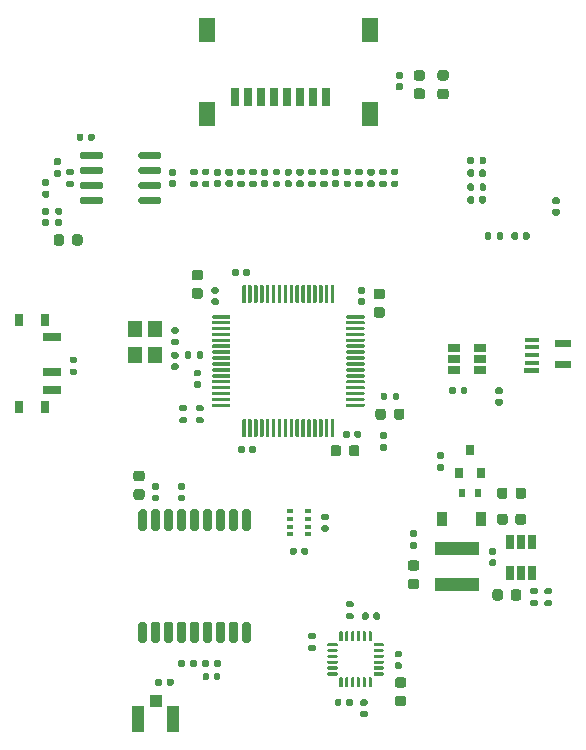
<source format=gbr>
%TF.GenerationSoftware,KiCad,Pcbnew,(5.1.7)-1*%
%TF.CreationDate,2021-03-16T10:20:49+01:00*%
%TF.ProjectId,BluePhil,426c7565-5068-4696-9c2e-6b696361645f,rev?*%
%TF.SameCoordinates,Original*%
%TF.FileFunction,Paste,Top*%
%TF.FilePolarity,Positive*%
%FSLAX46Y46*%
G04 Gerber Fmt 4.6, Leading zero omitted, Abs format (unit mm)*
G04 Created by KiCad (PCBNEW (5.1.7)-1) date 2021-03-16 10:20:49*
%MOMM*%
%LPD*%
G01*
G04 APERTURE LIST*
%ADD10R,1.200000X1.400000*%
%ADD11R,0.500000X0.350000*%
%ADD12R,1.060000X0.650000*%
%ADD13R,0.650000X1.220000*%
%ADD14R,1.500000X0.700000*%
%ADD15R,0.800000X1.000000*%
%ADD16R,0.800000X0.900000*%
%ADD17C,0.100000*%
%ADD18R,1.450000X2.000000*%
%ADD19R,0.800000X1.500000*%
%ADD20R,1.000000X1.000000*%
%ADD21R,1.050000X2.200000*%
%ADD22R,1.250000X0.400000*%
%ADD23R,0.900000X1.200000*%
%ADD24R,0.600000X0.700000*%
G04 APERTURE END LIST*
%TO.C,U200*%
G36*
G01*
X107550000Y-76825000D02*
X107550000Y-76675000D01*
G75*
G02*
X107625000Y-76600000I75000J0D01*
G01*
X109025000Y-76600000D01*
G75*
G02*
X109100000Y-76675000I0J-75000D01*
G01*
X109100000Y-76825000D01*
G75*
G02*
X109025000Y-76900000I-75000J0D01*
G01*
X107625000Y-76900000D01*
G75*
G02*
X107550000Y-76825000I0J75000D01*
G01*
G37*
G36*
G01*
X107550000Y-77325000D02*
X107550000Y-77175000D01*
G75*
G02*
X107625000Y-77100000I75000J0D01*
G01*
X109025000Y-77100000D01*
G75*
G02*
X109100000Y-77175000I0J-75000D01*
G01*
X109100000Y-77325000D01*
G75*
G02*
X109025000Y-77400000I-75000J0D01*
G01*
X107625000Y-77400000D01*
G75*
G02*
X107550000Y-77325000I0J75000D01*
G01*
G37*
G36*
G01*
X107550000Y-77825000D02*
X107550000Y-77675000D01*
G75*
G02*
X107625000Y-77600000I75000J0D01*
G01*
X109025000Y-77600000D01*
G75*
G02*
X109100000Y-77675000I0J-75000D01*
G01*
X109100000Y-77825000D01*
G75*
G02*
X109025000Y-77900000I-75000J0D01*
G01*
X107625000Y-77900000D01*
G75*
G02*
X107550000Y-77825000I0J75000D01*
G01*
G37*
G36*
G01*
X107550000Y-78325000D02*
X107550000Y-78175000D01*
G75*
G02*
X107625000Y-78100000I75000J0D01*
G01*
X109025000Y-78100000D01*
G75*
G02*
X109100000Y-78175000I0J-75000D01*
G01*
X109100000Y-78325000D01*
G75*
G02*
X109025000Y-78400000I-75000J0D01*
G01*
X107625000Y-78400000D01*
G75*
G02*
X107550000Y-78325000I0J75000D01*
G01*
G37*
G36*
G01*
X107550000Y-78825000D02*
X107550000Y-78675000D01*
G75*
G02*
X107625000Y-78600000I75000J0D01*
G01*
X109025000Y-78600000D01*
G75*
G02*
X109100000Y-78675000I0J-75000D01*
G01*
X109100000Y-78825000D01*
G75*
G02*
X109025000Y-78900000I-75000J0D01*
G01*
X107625000Y-78900000D01*
G75*
G02*
X107550000Y-78825000I0J75000D01*
G01*
G37*
G36*
G01*
X107550000Y-79325000D02*
X107550000Y-79175000D01*
G75*
G02*
X107625000Y-79100000I75000J0D01*
G01*
X109025000Y-79100000D01*
G75*
G02*
X109100000Y-79175000I0J-75000D01*
G01*
X109100000Y-79325000D01*
G75*
G02*
X109025000Y-79400000I-75000J0D01*
G01*
X107625000Y-79400000D01*
G75*
G02*
X107550000Y-79325000I0J75000D01*
G01*
G37*
G36*
G01*
X107550000Y-79825000D02*
X107550000Y-79675000D01*
G75*
G02*
X107625000Y-79600000I75000J0D01*
G01*
X109025000Y-79600000D01*
G75*
G02*
X109100000Y-79675000I0J-75000D01*
G01*
X109100000Y-79825000D01*
G75*
G02*
X109025000Y-79900000I-75000J0D01*
G01*
X107625000Y-79900000D01*
G75*
G02*
X107550000Y-79825000I0J75000D01*
G01*
G37*
G36*
G01*
X107550000Y-80325000D02*
X107550000Y-80175000D01*
G75*
G02*
X107625000Y-80100000I75000J0D01*
G01*
X109025000Y-80100000D01*
G75*
G02*
X109100000Y-80175000I0J-75000D01*
G01*
X109100000Y-80325000D01*
G75*
G02*
X109025000Y-80400000I-75000J0D01*
G01*
X107625000Y-80400000D01*
G75*
G02*
X107550000Y-80325000I0J75000D01*
G01*
G37*
G36*
G01*
X107550000Y-80825000D02*
X107550000Y-80675000D01*
G75*
G02*
X107625000Y-80600000I75000J0D01*
G01*
X109025000Y-80600000D01*
G75*
G02*
X109100000Y-80675000I0J-75000D01*
G01*
X109100000Y-80825000D01*
G75*
G02*
X109025000Y-80900000I-75000J0D01*
G01*
X107625000Y-80900000D01*
G75*
G02*
X107550000Y-80825000I0J75000D01*
G01*
G37*
G36*
G01*
X107550000Y-81325000D02*
X107550000Y-81175000D01*
G75*
G02*
X107625000Y-81100000I75000J0D01*
G01*
X109025000Y-81100000D01*
G75*
G02*
X109100000Y-81175000I0J-75000D01*
G01*
X109100000Y-81325000D01*
G75*
G02*
X109025000Y-81400000I-75000J0D01*
G01*
X107625000Y-81400000D01*
G75*
G02*
X107550000Y-81325000I0J75000D01*
G01*
G37*
G36*
G01*
X107550000Y-81825000D02*
X107550000Y-81675000D01*
G75*
G02*
X107625000Y-81600000I75000J0D01*
G01*
X109025000Y-81600000D01*
G75*
G02*
X109100000Y-81675000I0J-75000D01*
G01*
X109100000Y-81825000D01*
G75*
G02*
X109025000Y-81900000I-75000J0D01*
G01*
X107625000Y-81900000D01*
G75*
G02*
X107550000Y-81825000I0J75000D01*
G01*
G37*
G36*
G01*
X107550000Y-82325000D02*
X107550000Y-82175000D01*
G75*
G02*
X107625000Y-82100000I75000J0D01*
G01*
X109025000Y-82100000D01*
G75*
G02*
X109100000Y-82175000I0J-75000D01*
G01*
X109100000Y-82325000D01*
G75*
G02*
X109025000Y-82400000I-75000J0D01*
G01*
X107625000Y-82400000D01*
G75*
G02*
X107550000Y-82325000I0J75000D01*
G01*
G37*
G36*
G01*
X107550000Y-82825000D02*
X107550000Y-82675000D01*
G75*
G02*
X107625000Y-82600000I75000J0D01*
G01*
X109025000Y-82600000D01*
G75*
G02*
X109100000Y-82675000I0J-75000D01*
G01*
X109100000Y-82825000D01*
G75*
G02*
X109025000Y-82900000I-75000J0D01*
G01*
X107625000Y-82900000D01*
G75*
G02*
X107550000Y-82825000I0J75000D01*
G01*
G37*
G36*
G01*
X107550000Y-83325000D02*
X107550000Y-83175000D01*
G75*
G02*
X107625000Y-83100000I75000J0D01*
G01*
X109025000Y-83100000D01*
G75*
G02*
X109100000Y-83175000I0J-75000D01*
G01*
X109100000Y-83325000D01*
G75*
G02*
X109025000Y-83400000I-75000J0D01*
G01*
X107625000Y-83400000D01*
G75*
G02*
X107550000Y-83325000I0J75000D01*
G01*
G37*
G36*
G01*
X107550000Y-83825000D02*
X107550000Y-83675000D01*
G75*
G02*
X107625000Y-83600000I75000J0D01*
G01*
X109025000Y-83600000D01*
G75*
G02*
X109100000Y-83675000I0J-75000D01*
G01*
X109100000Y-83825000D01*
G75*
G02*
X109025000Y-83900000I-75000J0D01*
G01*
X107625000Y-83900000D01*
G75*
G02*
X107550000Y-83825000I0J75000D01*
G01*
G37*
G36*
G01*
X107550000Y-84325000D02*
X107550000Y-84175000D01*
G75*
G02*
X107625000Y-84100000I75000J0D01*
G01*
X109025000Y-84100000D01*
G75*
G02*
X109100000Y-84175000I0J-75000D01*
G01*
X109100000Y-84325000D01*
G75*
G02*
X109025000Y-84400000I-75000J0D01*
G01*
X107625000Y-84400000D01*
G75*
G02*
X107550000Y-84325000I0J75000D01*
G01*
G37*
G36*
G01*
X110100000Y-86875000D02*
X110100000Y-85475000D01*
G75*
G02*
X110175000Y-85400000I75000J0D01*
G01*
X110325000Y-85400000D01*
G75*
G02*
X110400000Y-85475000I0J-75000D01*
G01*
X110400000Y-86875000D01*
G75*
G02*
X110325000Y-86950000I-75000J0D01*
G01*
X110175000Y-86950000D01*
G75*
G02*
X110100000Y-86875000I0J75000D01*
G01*
G37*
G36*
G01*
X110600000Y-86875000D02*
X110600000Y-85475000D01*
G75*
G02*
X110675000Y-85400000I75000J0D01*
G01*
X110825000Y-85400000D01*
G75*
G02*
X110900000Y-85475000I0J-75000D01*
G01*
X110900000Y-86875000D01*
G75*
G02*
X110825000Y-86950000I-75000J0D01*
G01*
X110675000Y-86950000D01*
G75*
G02*
X110600000Y-86875000I0J75000D01*
G01*
G37*
G36*
G01*
X111100000Y-86875000D02*
X111100000Y-85475000D01*
G75*
G02*
X111175000Y-85400000I75000J0D01*
G01*
X111325000Y-85400000D01*
G75*
G02*
X111400000Y-85475000I0J-75000D01*
G01*
X111400000Y-86875000D01*
G75*
G02*
X111325000Y-86950000I-75000J0D01*
G01*
X111175000Y-86950000D01*
G75*
G02*
X111100000Y-86875000I0J75000D01*
G01*
G37*
G36*
G01*
X111600000Y-86875000D02*
X111600000Y-85475000D01*
G75*
G02*
X111675000Y-85400000I75000J0D01*
G01*
X111825000Y-85400000D01*
G75*
G02*
X111900000Y-85475000I0J-75000D01*
G01*
X111900000Y-86875000D01*
G75*
G02*
X111825000Y-86950000I-75000J0D01*
G01*
X111675000Y-86950000D01*
G75*
G02*
X111600000Y-86875000I0J75000D01*
G01*
G37*
G36*
G01*
X112100000Y-86875000D02*
X112100000Y-85475000D01*
G75*
G02*
X112175000Y-85400000I75000J0D01*
G01*
X112325000Y-85400000D01*
G75*
G02*
X112400000Y-85475000I0J-75000D01*
G01*
X112400000Y-86875000D01*
G75*
G02*
X112325000Y-86950000I-75000J0D01*
G01*
X112175000Y-86950000D01*
G75*
G02*
X112100000Y-86875000I0J75000D01*
G01*
G37*
G36*
G01*
X112600000Y-86875000D02*
X112600000Y-85475000D01*
G75*
G02*
X112675000Y-85400000I75000J0D01*
G01*
X112825000Y-85400000D01*
G75*
G02*
X112900000Y-85475000I0J-75000D01*
G01*
X112900000Y-86875000D01*
G75*
G02*
X112825000Y-86950000I-75000J0D01*
G01*
X112675000Y-86950000D01*
G75*
G02*
X112600000Y-86875000I0J75000D01*
G01*
G37*
G36*
G01*
X113100000Y-86875000D02*
X113100000Y-85475000D01*
G75*
G02*
X113175000Y-85400000I75000J0D01*
G01*
X113325000Y-85400000D01*
G75*
G02*
X113400000Y-85475000I0J-75000D01*
G01*
X113400000Y-86875000D01*
G75*
G02*
X113325000Y-86950000I-75000J0D01*
G01*
X113175000Y-86950000D01*
G75*
G02*
X113100000Y-86875000I0J75000D01*
G01*
G37*
G36*
G01*
X113600000Y-86875000D02*
X113600000Y-85475000D01*
G75*
G02*
X113675000Y-85400000I75000J0D01*
G01*
X113825000Y-85400000D01*
G75*
G02*
X113900000Y-85475000I0J-75000D01*
G01*
X113900000Y-86875000D01*
G75*
G02*
X113825000Y-86950000I-75000J0D01*
G01*
X113675000Y-86950000D01*
G75*
G02*
X113600000Y-86875000I0J75000D01*
G01*
G37*
G36*
G01*
X114100000Y-86875000D02*
X114100000Y-85475000D01*
G75*
G02*
X114175000Y-85400000I75000J0D01*
G01*
X114325000Y-85400000D01*
G75*
G02*
X114400000Y-85475000I0J-75000D01*
G01*
X114400000Y-86875000D01*
G75*
G02*
X114325000Y-86950000I-75000J0D01*
G01*
X114175000Y-86950000D01*
G75*
G02*
X114100000Y-86875000I0J75000D01*
G01*
G37*
G36*
G01*
X114600000Y-86875000D02*
X114600000Y-85475000D01*
G75*
G02*
X114675000Y-85400000I75000J0D01*
G01*
X114825000Y-85400000D01*
G75*
G02*
X114900000Y-85475000I0J-75000D01*
G01*
X114900000Y-86875000D01*
G75*
G02*
X114825000Y-86950000I-75000J0D01*
G01*
X114675000Y-86950000D01*
G75*
G02*
X114600000Y-86875000I0J75000D01*
G01*
G37*
G36*
G01*
X115100000Y-86875000D02*
X115100000Y-85475000D01*
G75*
G02*
X115175000Y-85400000I75000J0D01*
G01*
X115325000Y-85400000D01*
G75*
G02*
X115400000Y-85475000I0J-75000D01*
G01*
X115400000Y-86875000D01*
G75*
G02*
X115325000Y-86950000I-75000J0D01*
G01*
X115175000Y-86950000D01*
G75*
G02*
X115100000Y-86875000I0J75000D01*
G01*
G37*
G36*
G01*
X115600000Y-86875000D02*
X115600000Y-85475000D01*
G75*
G02*
X115675000Y-85400000I75000J0D01*
G01*
X115825000Y-85400000D01*
G75*
G02*
X115900000Y-85475000I0J-75000D01*
G01*
X115900000Y-86875000D01*
G75*
G02*
X115825000Y-86950000I-75000J0D01*
G01*
X115675000Y-86950000D01*
G75*
G02*
X115600000Y-86875000I0J75000D01*
G01*
G37*
G36*
G01*
X116100000Y-86875000D02*
X116100000Y-85475000D01*
G75*
G02*
X116175000Y-85400000I75000J0D01*
G01*
X116325000Y-85400000D01*
G75*
G02*
X116400000Y-85475000I0J-75000D01*
G01*
X116400000Y-86875000D01*
G75*
G02*
X116325000Y-86950000I-75000J0D01*
G01*
X116175000Y-86950000D01*
G75*
G02*
X116100000Y-86875000I0J75000D01*
G01*
G37*
G36*
G01*
X116600000Y-86875000D02*
X116600000Y-85475000D01*
G75*
G02*
X116675000Y-85400000I75000J0D01*
G01*
X116825000Y-85400000D01*
G75*
G02*
X116900000Y-85475000I0J-75000D01*
G01*
X116900000Y-86875000D01*
G75*
G02*
X116825000Y-86950000I-75000J0D01*
G01*
X116675000Y-86950000D01*
G75*
G02*
X116600000Y-86875000I0J75000D01*
G01*
G37*
G36*
G01*
X117100000Y-86875000D02*
X117100000Y-85475000D01*
G75*
G02*
X117175000Y-85400000I75000J0D01*
G01*
X117325000Y-85400000D01*
G75*
G02*
X117400000Y-85475000I0J-75000D01*
G01*
X117400000Y-86875000D01*
G75*
G02*
X117325000Y-86950000I-75000J0D01*
G01*
X117175000Y-86950000D01*
G75*
G02*
X117100000Y-86875000I0J75000D01*
G01*
G37*
G36*
G01*
X117600000Y-86875000D02*
X117600000Y-85475000D01*
G75*
G02*
X117675000Y-85400000I75000J0D01*
G01*
X117825000Y-85400000D01*
G75*
G02*
X117900000Y-85475000I0J-75000D01*
G01*
X117900000Y-86875000D01*
G75*
G02*
X117825000Y-86950000I-75000J0D01*
G01*
X117675000Y-86950000D01*
G75*
G02*
X117600000Y-86875000I0J75000D01*
G01*
G37*
G36*
G01*
X118900000Y-84325000D02*
X118900000Y-84175000D01*
G75*
G02*
X118975000Y-84100000I75000J0D01*
G01*
X120375000Y-84100000D01*
G75*
G02*
X120450000Y-84175000I0J-75000D01*
G01*
X120450000Y-84325000D01*
G75*
G02*
X120375000Y-84400000I-75000J0D01*
G01*
X118975000Y-84400000D01*
G75*
G02*
X118900000Y-84325000I0J75000D01*
G01*
G37*
G36*
G01*
X118900000Y-83825000D02*
X118900000Y-83675000D01*
G75*
G02*
X118975000Y-83600000I75000J0D01*
G01*
X120375000Y-83600000D01*
G75*
G02*
X120450000Y-83675000I0J-75000D01*
G01*
X120450000Y-83825000D01*
G75*
G02*
X120375000Y-83900000I-75000J0D01*
G01*
X118975000Y-83900000D01*
G75*
G02*
X118900000Y-83825000I0J75000D01*
G01*
G37*
G36*
G01*
X118900000Y-83325000D02*
X118900000Y-83175000D01*
G75*
G02*
X118975000Y-83100000I75000J0D01*
G01*
X120375000Y-83100000D01*
G75*
G02*
X120450000Y-83175000I0J-75000D01*
G01*
X120450000Y-83325000D01*
G75*
G02*
X120375000Y-83400000I-75000J0D01*
G01*
X118975000Y-83400000D01*
G75*
G02*
X118900000Y-83325000I0J75000D01*
G01*
G37*
G36*
G01*
X118900000Y-82825000D02*
X118900000Y-82675000D01*
G75*
G02*
X118975000Y-82600000I75000J0D01*
G01*
X120375000Y-82600000D01*
G75*
G02*
X120450000Y-82675000I0J-75000D01*
G01*
X120450000Y-82825000D01*
G75*
G02*
X120375000Y-82900000I-75000J0D01*
G01*
X118975000Y-82900000D01*
G75*
G02*
X118900000Y-82825000I0J75000D01*
G01*
G37*
G36*
G01*
X118900000Y-82325000D02*
X118900000Y-82175000D01*
G75*
G02*
X118975000Y-82100000I75000J0D01*
G01*
X120375000Y-82100000D01*
G75*
G02*
X120450000Y-82175000I0J-75000D01*
G01*
X120450000Y-82325000D01*
G75*
G02*
X120375000Y-82400000I-75000J0D01*
G01*
X118975000Y-82400000D01*
G75*
G02*
X118900000Y-82325000I0J75000D01*
G01*
G37*
G36*
G01*
X118900000Y-81825000D02*
X118900000Y-81675000D01*
G75*
G02*
X118975000Y-81600000I75000J0D01*
G01*
X120375000Y-81600000D01*
G75*
G02*
X120450000Y-81675000I0J-75000D01*
G01*
X120450000Y-81825000D01*
G75*
G02*
X120375000Y-81900000I-75000J0D01*
G01*
X118975000Y-81900000D01*
G75*
G02*
X118900000Y-81825000I0J75000D01*
G01*
G37*
G36*
G01*
X118900000Y-81325000D02*
X118900000Y-81175000D01*
G75*
G02*
X118975000Y-81100000I75000J0D01*
G01*
X120375000Y-81100000D01*
G75*
G02*
X120450000Y-81175000I0J-75000D01*
G01*
X120450000Y-81325000D01*
G75*
G02*
X120375000Y-81400000I-75000J0D01*
G01*
X118975000Y-81400000D01*
G75*
G02*
X118900000Y-81325000I0J75000D01*
G01*
G37*
G36*
G01*
X118900000Y-80825000D02*
X118900000Y-80675000D01*
G75*
G02*
X118975000Y-80600000I75000J0D01*
G01*
X120375000Y-80600000D01*
G75*
G02*
X120450000Y-80675000I0J-75000D01*
G01*
X120450000Y-80825000D01*
G75*
G02*
X120375000Y-80900000I-75000J0D01*
G01*
X118975000Y-80900000D01*
G75*
G02*
X118900000Y-80825000I0J75000D01*
G01*
G37*
G36*
G01*
X118900000Y-80325000D02*
X118900000Y-80175000D01*
G75*
G02*
X118975000Y-80100000I75000J0D01*
G01*
X120375000Y-80100000D01*
G75*
G02*
X120450000Y-80175000I0J-75000D01*
G01*
X120450000Y-80325000D01*
G75*
G02*
X120375000Y-80400000I-75000J0D01*
G01*
X118975000Y-80400000D01*
G75*
G02*
X118900000Y-80325000I0J75000D01*
G01*
G37*
G36*
G01*
X118900000Y-79825000D02*
X118900000Y-79675000D01*
G75*
G02*
X118975000Y-79600000I75000J0D01*
G01*
X120375000Y-79600000D01*
G75*
G02*
X120450000Y-79675000I0J-75000D01*
G01*
X120450000Y-79825000D01*
G75*
G02*
X120375000Y-79900000I-75000J0D01*
G01*
X118975000Y-79900000D01*
G75*
G02*
X118900000Y-79825000I0J75000D01*
G01*
G37*
G36*
G01*
X118900000Y-79325000D02*
X118900000Y-79175000D01*
G75*
G02*
X118975000Y-79100000I75000J0D01*
G01*
X120375000Y-79100000D01*
G75*
G02*
X120450000Y-79175000I0J-75000D01*
G01*
X120450000Y-79325000D01*
G75*
G02*
X120375000Y-79400000I-75000J0D01*
G01*
X118975000Y-79400000D01*
G75*
G02*
X118900000Y-79325000I0J75000D01*
G01*
G37*
G36*
G01*
X118900000Y-78825000D02*
X118900000Y-78675000D01*
G75*
G02*
X118975000Y-78600000I75000J0D01*
G01*
X120375000Y-78600000D01*
G75*
G02*
X120450000Y-78675000I0J-75000D01*
G01*
X120450000Y-78825000D01*
G75*
G02*
X120375000Y-78900000I-75000J0D01*
G01*
X118975000Y-78900000D01*
G75*
G02*
X118900000Y-78825000I0J75000D01*
G01*
G37*
G36*
G01*
X118900000Y-78325000D02*
X118900000Y-78175000D01*
G75*
G02*
X118975000Y-78100000I75000J0D01*
G01*
X120375000Y-78100000D01*
G75*
G02*
X120450000Y-78175000I0J-75000D01*
G01*
X120450000Y-78325000D01*
G75*
G02*
X120375000Y-78400000I-75000J0D01*
G01*
X118975000Y-78400000D01*
G75*
G02*
X118900000Y-78325000I0J75000D01*
G01*
G37*
G36*
G01*
X118900000Y-77825000D02*
X118900000Y-77675000D01*
G75*
G02*
X118975000Y-77600000I75000J0D01*
G01*
X120375000Y-77600000D01*
G75*
G02*
X120450000Y-77675000I0J-75000D01*
G01*
X120450000Y-77825000D01*
G75*
G02*
X120375000Y-77900000I-75000J0D01*
G01*
X118975000Y-77900000D01*
G75*
G02*
X118900000Y-77825000I0J75000D01*
G01*
G37*
G36*
G01*
X118900000Y-77325000D02*
X118900000Y-77175000D01*
G75*
G02*
X118975000Y-77100000I75000J0D01*
G01*
X120375000Y-77100000D01*
G75*
G02*
X120450000Y-77175000I0J-75000D01*
G01*
X120450000Y-77325000D01*
G75*
G02*
X120375000Y-77400000I-75000J0D01*
G01*
X118975000Y-77400000D01*
G75*
G02*
X118900000Y-77325000I0J75000D01*
G01*
G37*
G36*
G01*
X118900000Y-76825000D02*
X118900000Y-76675000D01*
G75*
G02*
X118975000Y-76600000I75000J0D01*
G01*
X120375000Y-76600000D01*
G75*
G02*
X120450000Y-76675000I0J-75000D01*
G01*
X120450000Y-76825000D01*
G75*
G02*
X120375000Y-76900000I-75000J0D01*
G01*
X118975000Y-76900000D01*
G75*
G02*
X118900000Y-76825000I0J75000D01*
G01*
G37*
G36*
G01*
X117600000Y-75525000D02*
X117600000Y-74125000D01*
G75*
G02*
X117675000Y-74050000I75000J0D01*
G01*
X117825000Y-74050000D01*
G75*
G02*
X117900000Y-74125000I0J-75000D01*
G01*
X117900000Y-75525000D01*
G75*
G02*
X117825000Y-75600000I-75000J0D01*
G01*
X117675000Y-75600000D01*
G75*
G02*
X117600000Y-75525000I0J75000D01*
G01*
G37*
G36*
G01*
X117100000Y-75525000D02*
X117100000Y-74125000D01*
G75*
G02*
X117175000Y-74050000I75000J0D01*
G01*
X117325000Y-74050000D01*
G75*
G02*
X117400000Y-74125000I0J-75000D01*
G01*
X117400000Y-75525000D01*
G75*
G02*
X117325000Y-75600000I-75000J0D01*
G01*
X117175000Y-75600000D01*
G75*
G02*
X117100000Y-75525000I0J75000D01*
G01*
G37*
G36*
G01*
X116600000Y-75525000D02*
X116600000Y-74125000D01*
G75*
G02*
X116675000Y-74050000I75000J0D01*
G01*
X116825000Y-74050000D01*
G75*
G02*
X116900000Y-74125000I0J-75000D01*
G01*
X116900000Y-75525000D01*
G75*
G02*
X116825000Y-75600000I-75000J0D01*
G01*
X116675000Y-75600000D01*
G75*
G02*
X116600000Y-75525000I0J75000D01*
G01*
G37*
G36*
G01*
X116100000Y-75525000D02*
X116100000Y-74125000D01*
G75*
G02*
X116175000Y-74050000I75000J0D01*
G01*
X116325000Y-74050000D01*
G75*
G02*
X116400000Y-74125000I0J-75000D01*
G01*
X116400000Y-75525000D01*
G75*
G02*
X116325000Y-75600000I-75000J0D01*
G01*
X116175000Y-75600000D01*
G75*
G02*
X116100000Y-75525000I0J75000D01*
G01*
G37*
G36*
G01*
X115600000Y-75525000D02*
X115600000Y-74125000D01*
G75*
G02*
X115675000Y-74050000I75000J0D01*
G01*
X115825000Y-74050000D01*
G75*
G02*
X115900000Y-74125000I0J-75000D01*
G01*
X115900000Y-75525000D01*
G75*
G02*
X115825000Y-75600000I-75000J0D01*
G01*
X115675000Y-75600000D01*
G75*
G02*
X115600000Y-75525000I0J75000D01*
G01*
G37*
G36*
G01*
X115100000Y-75525000D02*
X115100000Y-74125000D01*
G75*
G02*
X115175000Y-74050000I75000J0D01*
G01*
X115325000Y-74050000D01*
G75*
G02*
X115400000Y-74125000I0J-75000D01*
G01*
X115400000Y-75525000D01*
G75*
G02*
X115325000Y-75600000I-75000J0D01*
G01*
X115175000Y-75600000D01*
G75*
G02*
X115100000Y-75525000I0J75000D01*
G01*
G37*
G36*
G01*
X114600000Y-75525000D02*
X114600000Y-74125000D01*
G75*
G02*
X114675000Y-74050000I75000J0D01*
G01*
X114825000Y-74050000D01*
G75*
G02*
X114900000Y-74125000I0J-75000D01*
G01*
X114900000Y-75525000D01*
G75*
G02*
X114825000Y-75600000I-75000J0D01*
G01*
X114675000Y-75600000D01*
G75*
G02*
X114600000Y-75525000I0J75000D01*
G01*
G37*
G36*
G01*
X114100000Y-75525000D02*
X114100000Y-74125000D01*
G75*
G02*
X114175000Y-74050000I75000J0D01*
G01*
X114325000Y-74050000D01*
G75*
G02*
X114400000Y-74125000I0J-75000D01*
G01*
X114400000Y-75525000D01*
G75*
G02*
X114325000Y-75600000I-75000J0D01*
G01*
X114175000Y-75600000D01*
G75*
G02*
X114100000Y-75525000I0J75000D01*
G01*
G37*
G36*
G01*
X113600000Y-75525000D02*
X113600000Y-74125000D01*
G75*
G02*
X113675000Y-74050000I75000J0D01*
G01*
X113825000Y-74050000D01*
G75*
G02*
X113900000Y-74125000I0J-75000D01*
G01*
X113900000Y-75525000D01*
G75*
G02*
X113825000Y-75600000I-75000J0D01*
G01*
X113675000Y-75600000D01*
G75*
G02*
X113600000Y-75525000I0J75000D01*
G01*
G37*
G36*
G01*
X113100000Y-75525000D02*
X113100000Y-74125000D01*
G75*
G02*
X113175000Y-74050000I75000J0D01*
G01*
X113325000Y-74050000D01*
G75*
G02*
X113400000Y-74125000I0J-75000D01*
G01*
X113400000Y-75525000D01*
G75*
G02*
X113325000Y-75600000I-75000J0D01*
G01*
X113175000Y-75600000D01*
G75*
G02*
X113100000Y-75525000I0J75000D01*
G01*
G37*
G36*
G01*
X112600000Y-75525000D02*
X112600000Y-74125000D01*
G75*
G02*
X112675000Y-74050000I75000J0D01*
G01*
X112825000Y-74050000D01*
G75*
G02*
X112900000Y-74125000I0J-75000D01*
G01*
X112900000Y-75525000D01*
G75*
G02*
X112825000Y-75600000I-75000J0D01*
G01*
X112675000Y-75600000D01*
G75*
G02*
X112600000Y-75525000I0J75000D01*
G01*
G37*
G36*
G01*
X112100000Y-75525000D02*
X112100000Y-74125000D01*
G75*
G02*
X112175000Y-74050000I75000J0D01*
G01*
X112325000Y-74050000D01*
G75*
G02*
X112400000Y-74125000I0J-75000D01*
G01*
X112400000Y-75525000D01*
G75*
G02*
X112325000Y-75600000I-75000J0D01*
G01*
X112175000Y-75600000D01*
G75*
G02*
X112100000Y-75525000I0J75000D01*
G01*
G37*
G36*
G01*
X111600000Y-75525000D02*
X111600000Y-74125000D01*
G75*
G02*
X111675000Y-74050000I75000J0D01*
G01*
X111825000Y-74050000D01*
G75*
G02*
X111900000Y-74125000I0J-75000D01*
G01*
X111900000Y-75525000D01*
G75*
G02*
X111825000Y-75600000I-75000J0D01*
G01*
X111675000Y-75600000D01*
G75*
G02*
X111600000Y-75525000I0J75000D01*
G01*
G37*
G36*
G01*
X111100000Y-75525000D02*
X111100000Y-74125000D01*
G75*
G02*
X111175000Y-74050000I75000J0D01*
G01*
X111325000Y-74050000D01*
G75*
G02*
X111400000Y-74125000I0J-75000D01*
G01*
X111400000Y-75525000D01*
G75*
G02*
X111325000Y-75600000I-75000J0D01*
G01*
X111175000Y-75600000D01*
G75*
G02*
X111100000Y-75525000I0J75000D01*
G01*
G37*
G36*
G01*
X110600000Y-75525000D02*
X110600000Y-74125000D01*
G75*
G02*
X110675000Y-74050000I75000J0D01*
G01*
X110825000Y-74050000D01*
G75*
G02*
X110900000Y-74125000I0J-75000D01*
G01*
X110900000Y-75525000D01*
G75*
G02*
X110825000Y-75600000I-75000J0D01*
G01*
X110675000Y-75600000D01*
G75*
G02*
X110600000Y-75525000I0J75000D01*
G01*
G37*
G36*
G01*
X110100000Y-75525000D02*
X110100000Y-74125000D01*
G75*
G02*
X110175000Y-74050000I75000J0D01*
G01*
X110325000Y-74050000D01*
G75*
G02*
X110400000Y-74125000I0J-75000D01*
G01*
X110400000Y-75525000D01*
G75*
G02*
X110325000Y-75600000I-75000J0D01*
G01*
X110175000Y-75600000D01*
G75*
G02*
X110100000Y-75525000I0J75000D01*
G01*
G37*
%TD*%
%TO.C,FB500*%
G36*
G01*
X126843750Y-57450000D02*
X127356250Y-57450000D01*
G75*
G02*
X127575000Y-57668750I0J-218750D01*
G01*
X127575000Y-58106250D01*
G75*
G02*
X127356250Y-58325000I-218750J0D01*
G01*
X126843750Y-58325000D01*
G75*
G02*
X126625000Y-58106250I0J218750D01*
G01*
X126625000Y-57668750D01*
G75*
G02*
X126843750Y-57450000I218750J0D01*
G01*
G37*
G36*
G01*
X126843750Y-55875000D02*
X127356250Y-55875000D01*
G75*
G02*
X127575000Y-56093750I0J-218750D01*
G01*
X127575000Y-56531250D01*
G75*
G02*
X127356250Y-56750000I-218750J0D01*
G01*
X126843750Y-56750000D01*
G75*
G02*
X126625000Y-56531250I0J218750D01*
G01*
X126625000Y-56093750D01*
G75*
G02*
X126843750Y-55875000I218750J0D01*
G01*
G37*
%TD*%
D10*
%TO.C,Y200*%
X102750000Y-77800000D03*
X102750000Y-80000000D03*
X101050000Y-80000000D03*
X101050000Y-77800000D03*
%TD*%
%TO.C,U500*%
G36*
G01*
X98300000Y-66755000D02*
X98300000Y-67055000D01*
G75*
G02*
X98150000Y-67205000I-150000J0D01*
G01*
X96500000Y-67205000D01*
G75*
G02*
X96350000Y-67055000I0J150000D01*
G01*
X96350000Y-66755000D01*
G75*
G02*
X96500000Y-66605000I150000J0D01*
G01*
X98150000Y-66605000D01*
G75*
G02*
X98300000Y-66755000I0J-150000D01*
G01*
G37*
G36*
G01*
X98300000Y-65485000D02*
X98300000Y-65785000D01*
G75*
G02*
X98150000Y-65935000I-150000J0D01*
G01*
X96500000Y-65935000D01*
G75*
G02*
X96350000Y-65785000I0J150000D01*
G01*
X96350000Y-65485000D01*
G75*
G02*
X96500000Y-65335000I150000J0D01*
G01*
X98150000Y-65335000D01*
G75*
G02*
X98300000Y-65485000I0J-150000D01*
G01*
G37*
G36*
G01*
X98300000Y-64215000D02*
X98300000Y-64515000D01*
G75*
G02*
X98150000Y-64665000I-150000J0D01*
G01*
X96500000Y-64665000D01*
G75*
G02*
X96350000Y-64515000I0J150000D01*
G01*
X96350000Y-64215000D01*
G75*
G02*
X96500000Y-64065000I150000J0D01*
G01*
X98150000Y-64065000D01*
G75*
G02*
X98300000Y-64215000I0J-150000D01*
G01*
G37*
G36*
G01*
X98300000Y-62945000D02*
X98300000Y-63245000D01*
G75*
G02*
X98150000Y-63395000I-150000J0D01*
G01*
X96500000Y-63395000D01*
G75*
G02*
X96350000Y-63245000I0J150000D01*
G01*
X96350000Y-62945000D01*
G75*
G02*
X96500000Y-62795000I150000J0D01*
G01*
X98150000Y-62795000D01*
G75*
G02*
X98300000Y-62945000I0J-150000D01*
G01*
G37*
G36*
G01*
X103250000Y-62945000D02*
X103250000Y-63245000D01*
G75*
G02*
X103100000Y-63395000I-150000J0D01*
G01*
X101450000Y-63395000D01*
G75*
G02*
X101300000Y-63245000I0J150000D01*
G01*
X101300000Y-62945000D01*
G75*
G02*
X101450000Y-62795000I150000J0D01*
G01*
X103100000Y-62795000D01*
G75*
G02*
X103250000Y-62945000I0J-150000D01*
G01*
G37*
G36*
G01*
X103250000Y-64215000D02*
X103250000Y-64515000D01*
G75*
G02*
X103100000Y-64665000I-150000J0D01*
G01*
X101450000Y-64665000D01*
G75*
G02*
X101300000Y-64515000I0J150000D01*
G01*
X101300000Y-64215000D01*
G75*
G02*
X101450000Y-64065000I150000J0D01*
G01*
X103100000Y-64065000D01*
G75*
G02*
X103250000Y-64215000I0J-150000D01*
G01*
G37*
G36*
G01*
X103250000Y-65485000D02*
X103250000Y-65785000D01*
G75*
G02*
X103100000Y-65935000I-150000J0D01*
G01*
X101450000Y-65935000D01*
G75*
G02*
X101300000Y-65785000I0J150000D01*
G01*
X101300000Y-65485000D01*
G75*
G02*
X101450000Y-65335000I150000J0D01*
G01*
X103100000Y-65335000D01*
G75*
G02*
X103250000Y-65485000I0J-150000D01*
G01*
G37*
G36*
G01*
X103250000Y-66755000D02*
X103250000Y-67055000D01*
G75*
G02*
X103100000Y-67205000I-150000J0D01*
G01*
X101450000Y-67205000D01*
G75*
G02*
X101300000Y-67055000I0J150000D01*
G01*
X101300000Y-66755000D01*
G75*
G02*
X101450000Y-66605000I150000J0D01*
G01*
X103100000Y-66605000D01*
G75*
G02*
X103250000Y-66755000I0J-150000D01*
G01*
G37*
%TD*%
%TO.C,U401*%
G36*
G01*
X117315000Y-104585000D02*
X117315000Y-104435000D01*
G75*
G02*
X117390000Y-104360000I75000J0D01*
G01*
X118090000Y-104360000D01*
G75*
G02*
X118165000Y-104435000I0J-75000D01*
G01*
X118165000Y-104585000D01*
G75*
G02*
X118090000Y-104660000I-75000J0D01*
G01*
X117390000Y-104660000D01*
G75*
G02*
X117315000Y-104585000I0J75000D01*
G01*
G37*
G36*
G01*
X117315000Y-105085000D02*
X117315000Y-104935000D01*
G75*
G02*
X117390000Y-104860000I75000J0D01*
G01*
X118090000Y-104860000D01*
G75*
G02*
X118165000Y-104935000I0J-75000D01*
G01*
X118165000Y-105085000D01*
G75*
G02*
X118090000Y-105160000I-75000J0D01*
G01*
X117390000Y-105160000D01*
G75*
G02*
X117315000Y-105085000I0J75000D01*
G01*
G37*
G36*
G01*
X117315000Y-105585000D02*
X117315000Y-105435000D01*
G75*
G02*
X117390000Y-105360000I75000J0D01*
G01*
X118090000Y-105360000D01*
G75*
G02*
X118165000Y-105435000I0J-75000D01*
G01*
X118165000Y-105585000D01*
G75*
G02*
X118090000Y-105660000I-75000J0D01*
G01*
X117390000Y-105660000D01*
G75*
G02*
X117315000Y-105585000I0J75000D01*
G01*
G37*
G36*
G01*
X117315000Y-106085000D02*
X117315000Y-105935000D01*
G75*
G02*
X117390000Y-105860000I75000J0D01*
G01*
X118090000Y-105860000D01*
G75*
G02*
X118165000Y-105935000I0J-75000D01*
G01*
X118165000Y-106085000D01*
G75*
G02*
X118090000Y-106160000I-75000J0D01*
G01*
X117390000Y-106160000D01*
G75*
G02*
X117315000Y-106085000I0J75000D01*
G01*
G37*
G36*
G01*
X117315000Y-106585000D02*
X117315000Y-106435000D01*
G75*
G02*
X117390000Y-106360000I75000J0D01*
G01*
X118090000Y-106360000D01*
G75*
G02*
X118165000Y-106435000I0J-75000D01*
G01*
X118165000Y-106585000D01*
G75*
G02*
X118090000Y-106660000I-75000J0D01*
G01*
X117390000Y-106660000D01*
G75*
G02*
X117315000Y-106585000I0J75000D01*
G01*
G37*
G36*
G01*
X117315000Y-107085000D02*
X117315000Y-106935000D01*
G75*
G02*
X117390000Y-106860000I75000J0D01*
G01*
X118090000Y-106860000D01*
G75*
G02*
X118165000Y-106935000I0J-75000D01*
G01*
X118165000Y-107085000D01*
G75*
G02*
X118090000Y-107160000I-75000J0D01*
G01*
X117390000Y-107160000D01*
G75*
G02*
X117315000Y-107085000I0J75000D01*
G01*
G37*
G36*
G01*
X118515000Y-108135000D02*
X118365000Y-108135000D01*
G75*
G02*
X118290000Y-108060000I0J75000D01*
G01*
X118290000Y-107360000D01*
G75*
G02*
X118365000Y-107285000I75000J0D01*
G01*
X118515000Y-107285000D01*
G75*
G02*
X118590000Y-107360000I0J-75000D01*
G01*
X118590000Y-108060000D01*
G75*
G02*
X118515000Y-108135000I-75000J0D01*
G01*
G37*
G36*
G01*
X119015000Y-108135000D02*
X118865000Y-108135000D01*
G75*
G02*
X118790000Y-108060000I0J75000D01*
G01*
X118790000Y-107360000D01*
G75*
G02*
X118865000Y-107285000I75000J0D01*
G01*
X119015000Y-107285000D01*
G75*
G02*
X119090000Y-107360000I0J-75000D01*
G01*
X119090000Y-108060000D01*
G75*
G02*
X119015000Y-108135000I-75000J0D01*
G01*
G37*
G36*
G01*
X119515000Y-108135000D02*
X119365000Y-108135000D01*
G75*
G02*
X119290000Y-108060000I0J75000D01*
G01*
X119290000Y-107360000D01*
G75*
G02*
X119365000Y-107285000I75000J0D01*
G01*
X119515000Y-107285000D01*
G75*
G02*
X119590000Y-107360000I0J-75000D01*
G01*
X119590000Y-108060000D01*
G75*
G02*
X119515000Y-108135000I-75000J0D01*
G01*
G37*
G36*
G01*
X120015000Y-108135000D02*
X119865000Y-108135000D01*
G75*
G02*
X119790000Y-108060000I0J75000D01*
G01*
X119790000Y-107360000D01*
G75*
G02*
X119865000Y-107285000I75000J0D01*
G01*
X120015000Y-107285000D01*
G75*
G02*
X120090000Y-107360000I0J-75000D01*
G01*
X120090000Y-108060000D01*
G75*
G02*
X120015000Y-108135000I-75000J0D01*
G01*
G37*
G36*
G01*
X120515000Y-108135000D02*
X120365000Y-108135000D01*
G75*
G02*
X120290000Y-108060000I0J75000D01*
G01*
X120290000Y-107360000D01*
G75*
G02*
X120365000Y-107285000I75000J0D01*
G01*
X120515000Y-107285000D01*
G75*
G02*
X120590000Y-107360000I0J-75000D01*
G01*
X120590000Y-108060000D01*
G75*
G02*
X120515000Y-108135000I-75000J0D01*
G01*
G37*
G36*
G01*
X121015000Y-108135000D02*
X120865000Y-108135000D01*
G75*
G02*
X120790000Y-108060000I0J75000D01*
G01*
X120790000Y-107360000D01*
G75*
G02*
X120865000Y-107285000I75000J0D01*
G01*
X121015000Y-107285000D01*
G75*
G02*
X121090000Y-107360000I0J-75000D01*
G01*
X121090000Y-108060000D01*
G75*
G02*
X121015000Y-108135000I-75000J0D01*
G01*
G37*
G36*
G01*
X121215000Y-107085000D02*
X121215000Y-106935000D01*
G75*
G02*
X121290000Y-106860000I75000J0D01*
G01*
X121990000Y-106860000D01*
G75*
G02*
X122065000Y-106935000I0J-75000D01*
G01*
X122065000Y-107085000D01*
G75*
G02*
X121990000Y-107160000I-75000J0D01*
G01*
X121290000Y-107160000D01*
G75*
G02*
X121215000Y-107085000I0J75000D01*
G01*
G37*
G36*
G01*
X121215000Y-106585000D02*
X121215000Y-106435000D01*
G75*
G02*
X121290000Y-106360000I75000J0D01*
G01*
X121990000Y-106360000D01*
G75*
G02*
X122065000Y-106435000I0J-75000D01*
G01*
X122065000Y-106585000D01*
G75*
G02*
X121990000Y-106660000I-75000J0D01*
G01*
X121290000Y-106660000D01*
G75*
G02*
X121215000Y-106585000I0J75000D01*
G01*
G37*
G36*
G01*
X121215000Y-106085000D02*
X121215000Y-105935000D01*
G75*
G02*
X121290000Y-105860000I75000J0D01*
G01*
X121990000Y-105860000D01*
G75*
G02*
X122065000Y-105935000I0J-75000D01*
G01*
X122065000Y-106085000D01*
G75*
G02*
X121990000Y-106160000I-75000J0D01*
G01*
X121290000Y-106160000D01*
G75*
G02*
X121215000Y-106085000I0J75000D01*
G01*
G37*
G36*
G01*
X121215000Y-105585000D02*
X121215000Y-105435000D01*
G75*
G02*
X121290000Y-105360000I75000J0D01*
G01*
X121990000Y-105360000D01*
G75*
G02*
X122065000Y-105435000I0J-75000D01*
G01*
X122065000Y-105585000D01*
G75*
G02*
X121990000Y-105660000I-75000J0D01*
G01*
X121290000Y-105660000D01*
G75*
G02*
X121215000Y-105585000I0J75000D01*
G01*
G37*
G36*
G01*
X121215000Y-105085000D02*
X121215000Y-104935000D01*
G75*
G02*
X121290000Y-104860000I75000J0D01*
G01*
X121990000Y-104860000D01*
G75*
G02*
X122065000Y-104935000I0J-75000D01*
G01*
X122065000Y-105085000D01*
G75*
G02*
X121990000Y-105160000I-75000J0D01*
G01*
X121290000Y-105160000D01*
G75*
G02*
X121215000Y-105085000I0J75000D01*
G01*
G37*
G36*
G01*
X121215000Y-104585000D02*
X121215000Y-104435000D01*
G75*
G02*
X121290000Y-104360000I75000J0D01*
G01*
X121990000Y-104360000D01*
G75*
G02*
X122065000Y-104435000I0J-75000D01*
G01*
X122065000Y-104585000D01*
G75*
G02*
X121990000Y-104660000I-75000J0D01*
G01*
X121290000Y-104660000D01*
G75*
G02*
X121215000Y-104585000I0J75000D01*
G01*
G37*
G36*
G01*
X121015000Y-104235000D02*
X120865000Y-104235000D01*
G75*
G02*
X120790000Y-104160000I0J75000D01*
G01*
X120790000Y-103460000D01*
G75*
G02*
X120865000Y-103385000I75000J0D01*
G01*
X121015000Y-103385000D01*
G75*
G02*
X121090000Y-103460000I0J-75000D01*
G01*
X121090000Y-104160000D01*
G75*
G02*
X121015000Y-104235000I-75000J0D01*
G01*
G37*
G36*
G01*
X120515000Y-104235000D02*
X120365000Y-104235000D01*
G75*
G02*
X120290000Y-104160000I0J75000D01*
G01*
X120290000Y-103460000D01*
G75*
G02*
X120365000Y-103385000I75000J0D01*
G01*
X120515000Y-103385000D01*
G75*
G02*
X120590000Y-103460000I0J-75000D01*
G01*
X120590000Y-104160000D01*
G75*
G02*
X120515000Y-104235000I-75000J0D01*
G01*
G37*
G36*
G01*
X120015000Y-104235000D02*
X119865000Y-104235000D01*
G75*
G02*
X119790000Y-104160000I0J75000D01*
G01*
X119790000Y-103460000D01*
G75*
G02*
X119865000Y-103385000I75000J0D01*
G01*
X120015000Y-103385000D01*
G75*
G02*
X120090000Y-103460000I0J-75000D01*
G01*
X120090000Y-104160000D01*
G75*
G02*
X120015000Y-104235000I-75000J0D01*
G01*
G37*
G36*
G01*
X119515000Y-104235000D02*
X119365000Y-104235000D01*
G75*
G02*
X119290000Y-104160000I0J75000D01*
G01*
X119290000Y-103460000D01*
G75*
G02*
X119365000Y-103385000I75000J0D01*
G01*
X119515000Y-103385000D01*
G75*
G02*
X119590000Y-103460000I0J-75000D01*
G01*
X119590000Y-104160000D01*
G75*
G02*
X119515000Y-104235000I-75000J0D01*
G01*
G37*
G36*
G01*
X119015000Y-104235000D02*
X118865000Y-104235000D01*
G75*
G02*
X118790000Y-104160000I0J75000D01*
G01*
X118790000Y-103460000D01*
G75*
G02*
X118865000Y-103385000I75000J0D01*
G01*
X119015000Y-103385000D01*
G75*
G02*
X119090000Y-103460000I0J-75000D01*
G01*
X119090000Y-104160000D01*
G75*
G02*
X119015000Y-104235000I-75000J0D01*
G01*
G37*
G36*
G01*
X118515000Y-104235000D02*
X118365000Y-104235000D01*
G75*
G02*
X118290000Y-104160000I0J75000D01*
G01*
X118290000Y-103460000D01*
G75*
G02*
X118365000Y-103385000I75000J0D01*
G01*
X118515000Y-103385000D01*
G75*
G02*
X118590000Y-103460000I0J-75000D01*
G01*
X118590000Y-104160000D01*
G75*
G02*
X118515000Y-104235000I-75000J0D01*
G01*
G37*
%TD*%
D11*
%TO.C,U400*%
X115700000Y-95175000D03*
X114100000Y-94525000D03*
X114100000Y-93875000D03*
X114100000Y-93225000D03*
X115700000Y-94525000D03*
X115700000Y-93875000D03*
X115700000Y-93225000D03*
X114100000Y-95175000D03*
%TD*%
%TO.C,U300*%
G36*
G01*
X110285000Y-102570000D02*
X110635000Y-102570000D01*
G75*
G02*
X110810000Y-102745000I0J-175000D01*
G01*
X110810000Y-104195000D01*
G75*
G02*
X110635000Y-104370000I-175000J0D01*
G01*
X110285000Y-104370000D01*
G75*
G02*
X110110000Y-104195000I0J175000D01*
G01*
X110110000Y-102745000D01*
G75*
G02*
X110285000Y-102570000I175000J0D01*
G01*
G37*
G36*
G01*
X109160000Y-102570000D02*
X109560000Y-102570000D01*
G75*
G02*
X109760000Y-102770000I0J-200000D01*
G01*
X109760000Y-104170000D01*
G75*
G02*
X109560000Y-104370000I-200000J0D01*
G01*
X109160000Y-104370000D01*
G75*
G02*
X108960000Y-104170000I0J200000D01*
G01*
X108960000Y-102770000D01*
G75*
G02*
X109160000Y-102570000I200000J0D01*
G01*
G37*
G36*
G01*
X108060000Y-102570000D02*
X108460000Y-102570000D01*
G75*
G02*
X108660000Y-102770000I0J-200000D01*
G01*
X108660000Y-104170000D01*
G75*
G02*
X108460000Y-104370000I-200000J0D01*
G01*
X108060000Y-104370000D01*
G75*
G02*
X107860000Y-104170000I0J200000D01*
G01*
X107860000Y-102770000D01*
G75*
G02*
X108060000Y-102570000I200000J0D01*
G01*
G37*
G36*
G01*
X106960000Y-102570000D02*
X107360000Y-102570000D01*
G75*
G02*
X107560000Y-102770000I0J-200000D01*
G01*
X107560000Y-104170000D01*
G75*
G02*
X107360000Y-104370000I-200000J0D01*
G01*
X106960000Y-104370000D01*
G75*
G02*
X106760000Y-104170000I0J200000D01*
G01*
X106760000Y-102770000D01*
G75*
G02*
X106960000Y-102570000I200000J0D01*
G01*
G37*
G36*
G01*
X105860000Y-102570000D02*
X106260000Y-102570000D01*
G75*
G02*
X106460000Y-102770000I0J-200000D01*
G01*
X106460000Y-104170000D01*
G75*
G02*
X106260000Y-104370000I-200000J0D01*
G01*
X105860000Y-104370000D01*
G75*
G02*
X105660000Y-104170000I0J200000D01*
G01*
X105660000Y-102770000D01*
G75*
G02*
X105860000Y-102570000I200000J0D01*
G01*
G37*
G36*
G01*
X104760000Y-102570000D02*
X105160000Y-102570000D01*
G75*
G02*
X105360000Y-102770000I0J-200000D01*
G01*
X105360000Y-104170000D01*
G75*
G02*
X105160000Y-104370000I-200000J0D01*
G01*
X104760000Y-104370000D01*
G75*
G02*
X104560000Y-104170000I0J200000D01*
G01*
X104560000Y-102770000D01*
G75*
G02*
X104760000Y-102570000I200000J0D01*
G01*
G37*
G36*
G01*
X103660000Y-102570000D02*
X104060000Y-102570000D01*
G75*
G02*
X104260000Y-102770000I0J-200000D01*
G01*
X104260000Y-104170000D01*
G75*
G02*
X104060000Y-104370000I-200000J0D01*
G01*
X103660000Y-104370000D01*
G75*
G02*
X103460000Y-104170000I0J200000D01*
G01*
X103460000Y-102770000D01*
G75*
G02*
X103660000Y-102570000I200000J0D01*
G01*
G37*
G36*
G01*
X102560000Y-102570000D02*
X102960000Y-102570000D01*
G75*
G02*
X103160000Y-102770000I0J-200000D01*
G01*
X103160000Y-104170000D01*
G75*
G02*
X102960000Y-104370000I-200000J0D01*
G01*
X102560000Y-104370000D01*
G75*
G02*
X102360000Y-104170000I0J200000D01*
G01*
X102360000Y-102770000D01*
G75*
G02*
X102560000Y-102570000I200000J0D01*
G01*
G37*
G36*
G01*
X101485000Y-102570000D02*
X101835000Y-102570000D01*
G75*
G02*
X102010000Y-102745000I0J-175000D01*
G01*
X102010000Y-104195000D01*
G75*
G02*
X101835000Y-104370000I-175000J0D01*
G01*
X101485000Y-104370000D01*
G75*
G02*
X101310000Y-104195000I0J175000D01*
G01*
X101310000Y-102745000D01*
G75*
G02*
X101485000Y-102570000I175000J0D01*
G01*
G37*
G36*
G01*
X101485000Y-93070000D02*
X101835000Y-93070000D01*
G75*
G02*
X102010000Y-93245000I0J-175000D01*
G01*
X102010000Y-94695000D01*
G75*
G02*
X101835000Y-94870000I-175000J0D01*
G01*
X101485000Y-94870000D01*
G75*
G02*
X101310000Y-94695000I0J175000D01*
G01*
X101310000Y-93245000D01*
G75*
G02*
X101485000Y-93070000I175000J0D01*
G01*
G37*
G36*
G01*
X102560000Y-93070000D02*
X102960000Y-93070000D01*
G75*
G02*
X103160000Y-93270000I0J-200000D01*
G01*
X103160000Y-94670000D01*
G75*
G02*
X102960000Y-94870000I-200000J0D01*
G01*
X102560000Y-94870000D01*
G75*
G02*
X102360000Y-94670000I0J200000D01*
G01*
X102360000Y-93270000D01*
G75*
G02*
X102560000Y-93070000I200000J0D01*
G01*
G37*
G36*
G01*
X103660000Y-93070000D02*
X104060000Y-93070000D01*
G75*
G02*
X104260000Y-93270000I0J-200000D01*
G01*
X104260000Y-94670000D01*
G75*
G02*
X104060000Y-94870000I-200000J0D01*
G01*
X103660000Y-94870000D01*
G75*
G02*
X103460000Y-94670000I0J200000D01*
G01*
X103460000Y-93270000D01*
G75*
G02*
X103660000Y-93070000I200000J0D01*
G01*
G37*
G36*
G01*
X104760000Y-93070000D02*
X105160000Y-93070000D01*
G75*
G02*
X105360000Y-93270000I0J-200000D01*
G01*
X105360000Y-94670000D01*
G75*
G02*
X105160000Y-94870000I-200000J0D01*
G01*
X104760000Y-94870000D01*
G75*
G02*
X104560000Y-94670000I0J200000D01*
G01*
X104560000Y-93270000D01*
G75*
G02*
X104760000Y-93070000I200000J0D01*
G01*
G37*
G36*
G01*
X105860000Y-93070000D02*
X106260000Y-93070000D01*
G75*
G02*
X106460000Y-93270000I0J-200000D01*
G01*
X106460000Y-94670000D01*
G75*
G02*
X106260000Y-94870000I-200000J0D01*
G01*
X105860000Y-94870000D01*
G75*
G02*
X105660000Y-94670000I0J200000D01*
G01*
X105660000Y-93270000D01*
G75*
G02*
X105860000Y-93070000I200000J0D01*
G01*
G37*
G36*
G01*
X106960000Y-93070000D02*
X107360000Y-93070000D01*
G75*
G02*
X107560000Y-93270000I0J-200000D01*
G01*
X107560000Y-94670000D01*
G75*
G02*
X107360000Y-94870000I-200000J0D01*
G01*
X106960000Y-94870000D01*
G75*
G02*
X106760000Y-94670000I0J200000D01*
G01*
X106760000Y-93270000D01*
G75*
G02*
X106960000Y-93070000I200000J0D01*
G01*
G37*
G36*
G01*
X108060000Y-93070000D02*
X108460000Y-93070000D01*
G75*
G02*
X108660000Y-93270000I0J-200000D01*
G01*
X108660000Y-94670000D01*
G75*
G02*
X108460000Y-94870000I-200000J0D01*
G01*
X108060000Y-94870000D01*
G75*
G02*
X107860000Y-94670000I0J200000D01*
G01*
X107860000Y-93270000D01*
G75*
G02*
X108060000Y-93070000I200000J0D01*
G01*
G37*
G36*
G01*
X109160000Y-93070000D02*
X109560000Y-93070000D01*
G75*
G02*
X109760000Y-93270000I0J-200000D01*
G01*
X109760000Y-94670000D01*
G75*
G02*
X109560000Y-94870000I-200000J0D01*
G01*
X109160000Y-94870000D01*
G75*
G02*
X108960000Y-94670000I0J200000D01*
G01*
X108960000Y-93270000D01*
G75*
G02*
X109160000Y-93070000I200000J0D01*
G01*
G37*
G36*
G01*
X110285000Y-93070000D02*
X110635000Y-93070000D01*
G75*
G02*
X110810000Y-93245000I0J-175000D01*
G01*
X110810000Y-94695000D01*
G75*
G02*
X110635000Y-94870000I-175000J0D01*
G01*
X110285000Y-94870000D01*
G75*
G02*
X110110000Y-94695000I0J175000D01*
G01*
X110110000Y-93245000D01*
G75*
G02*
X110285000Y-93070000I175000J0D01*
G01*
G37*
%TD*%
D12*
%TO.C,U201*%
X128000000Y-80325000D03*
X128000000Y-81275000D03*
X128000000Y-79375000D03*
X130200000Y-79375000D03*
X130200000Y-80325000D03*
X130200000Y-81275000D03*
%TD*%
D13*
%TO.C,U100*%
X132750000Y-95790000D03*
X133700000Y-95790000D03*
X134650000Y-95790000D03*
X134650000Y-98410000D03*
X133700000Y-98410000D03*
X132750000Y-98410000D03*
%TD*%
D14*
%TO.C,SW200*%
X94030000Y-78450000D03*
X94030000Y-81450000D03*
X94030000Y-82950000D03*
D15*
X91170000Y-77050000D03*
X91170000Y-84350000D03*
X93380000Y-84350000D03*
X93380000Y-77050000D03*
%TD*%
%TO.C,R511*%
G36*
G01*
X95685000Y-64760000D02*
X95315000Y-64760000D01*
G75*
G02*
X95180000Y-64625000I0J135000D01*
G01*
X95180000Y-64355000D01*
G75*
G02*
X95315000Y-64220000I135000J0D01*
G01*
X95685000Y-64220000D01*
G75*
G02*
X95820000Y-64355000I0J-135000D01*
G01*
X95820000Y-64625000D01*
G75*
G02*
X95685000Y-64760000I-135000J0D01*
G01*
G37*
G36*
G01*
X95685000Y-65780000D02*
X95315000Y-65780000D01*
G75*
G02*
X95180000Y-65645000I0J135000D01*
G01*
X95180000Y-65375000D01*
G75*
G02*
X95315000Y-65240000I135000J0D01*
G01*
X95685000Y-65240000D01*
G75*
G02*
X95820000Y-65375000I0J-135000D01*
G01*
X95820000Y-65645000D01*
G75*
G02*
X95685000Y-65780000I-135000J0D01*
G01*
G37*
%TD*%
%TO.C,R510*%
G36*
G01*
X123185000Y-64760000D02*
X122815000Y-64760000D01*
G75*
G02*
X122680000Y-64625000I0J135000D01*
G01*
X122680000Y-64355000D01*
G75*
G02*
X122815000Y-64220000I135000J0D01*
G01*
X123185000Y-64220000D01*
G75*
G02*
X123320000Y-64355000I0J-135000D01*
G01*
X123320000Y-64625000D01*
G75*
G02*
X123185000Y-64760000I-135000J0D01*
G01*
G37*
G36*
G01*
X123185000Y-65780000D02*
X122815000Y-65780000D01*
G75*
G02*
X122680000Y-65645000I0J135000D01*
G01*
X122680000Y-65375000D01*
G75*
G02*
X122815000Y-65240000I135000J0D01*
G01*
X123185000Y-65240000D01*
G75*
G02*
X123320000Y-65375000I0J-135000D01*
G01*
X123320000Y-65645000D01*
G75*
G02*
X123185000Y-65780000I-135000J0D01*
G01*
G37*
%TD*%
%TO.C,R509*%
G36*
G01*
X119185000Y-64760000D02*
X118815000Y-64760000D01*
G75*
G02*
X118680000Y-64625000I0J135000D01*
G01*
X118680000Y-64355000D01*
G75*
G02*
X118815000Y-64220000I135000J0D01*
G01*
X119185000Y-64220000D01*
G75*
G02*
X119320000Y-64355000I0J-135000D01*
G01*
X119320000Y-64625000D01*
G75*
G02*
X119185000Y-64760000I-135000J0D01*
G01*
G37*
G36*
G01*
X119185000Y-65780000D02*
X118815000Y-65780000D01*
G75*
G02*
X118680000Y-65645000I0J135000D01*
G01*
X118680000Y-65375000D01*
G75*
G02*
X118815000Y-65240000I135000J0D01*
G01*
X119185000Y-65240000D01*
G75*
G02*
X119320000Y-65375000I0J-135000D01*
G01*
X119320000Y-65645000D01*
G75*
G02*
X119185000Y-65780000I-135000J0D01*
G01*
G37*
%TD*%
%TO.C,R508*%
G36*
G01*
X116185000Y-64760000D02*
X115815000Y-64760000D01*
G75*
G02*
X115680000Y-64625000I0J135000D01*
G01*
X115680000Y-64355000D01*
G75*
G02*
X115815000Y-64220000I135000J0D01*
G01*
X116185000Y-64220000D01*
G75*
G02*
X116320000Y-64355000I0J-135000D01*
G01*
X116320000Y-64625000D01*
G75*
G02*
X116185000Y-64760000I-135000J0D01*
G01*
G37*
G36*
G01*
X116185000Y-65780000D02*
X115815000Y-65780000D01*
G75*
G02*
X115680000Y-65645000I0J135000D01*
G01*
X115680000Y-65375000D01*
G75*
G02*
X115815000Y-65240000I135000J0D01*
G01*
X116185000Y-65240000D01*
G75*
G02*
X116320000Y-65375000I0J-135000D01*
G01*
X116320000Y-65645000D01*
G75*
G02*
X116185000Y-65780000I-135000J0D01*
G01*
G37*
%TD*%
%TO.C,R507*%
G36*
G01*
X110185000Y-64760000D02*
X109815000Y-64760000D01*
G75*
G02*
X109680000Y-64625000I0J135000D01*
G01*
X109680000Y-64355000D01*
G75*
G02*
X109815000Y-64220000I135000J0D01*
G01*
X110185000Y-64220000D01*
G75*
G02*
X110320000Y-64355000I0J-135000D01*
G01*
X110320000Y-64625000D01*
G75*
G02*
X110185000Y-64760000I-135000J0D01*
G01*
G37*
G36*
G01*
X110185000Y-65780000D02*
X109815000Y-65780000D01*
G75*
G02*
X109680000Y-65645000I0J135000D01*
G01*
X109680000Y-65375000D01*
G75*
G02*
X109815000Y-65240000I135000J0D01*
G01*
X110185000Y-65240000D01*
G75*
G02*
X110320000Y-65375000I0J-135000D01*
G01*
X110320000Y-65645000D01*
G75*
G02*
X110185000Y-65780000I-135000J0D01*
G01*
G37*
%TD*%
%TO.C,R506*%
G36*
G01*
X106185000Y-64760000D02*
X105815000Y-64760000D01*
G75*
G02*
X105680000Y-64625000I0J135000D01*
G01*
X105680000Y-64355000D01*
G75*
G02*
X105815000Y-64220000I135000J0D01*
G01*
X106185000Y-64220000D01*
G75*
G02*
X106320000Y-64355000I0J-135000D01*
G01*
X106320000Y-64625000D01*
G75*
G02*
X106185000Y-64760000I-135000J0D01*
G01*
G37*
G36*
G01*
X106185000Y-65780000D02*
X105815000Y-65780000D01*
G75*
G02*
X105680000Y-65645000I0J135000D01*
G01*
X105680000Y-65375000D01*
G75*
G02*
X105815000Y-65240000I135000J0D01*
G01*
X106185000Y-65240000D01*
G75*
G02*
X106320000Y-65375000I0J-135000D01*
G01*
X106320000Y-65645000D01*
G75*
G02*
X106185000Y-65780000I-135000J0D01*
G01*
G37*
%TD*%
%TO.C,R505*%
G36*
G01*
X106815000Y-65240000D02*
X107185000Y-65240000D01*
G75*
G02*
X107320000Y-65375000I0J-135000D01*
G01*
X107320000Y-65645000D01*
G75*
G02*
X107185000Y-65780000I-135000J0D01*
G01*
X106815000Y-65780000D01*
G75*
G02*
X106680000Y-65645000I0J135000D01*
G01*
X106680000Y-65375000D01*
G75*
G02*
X106815000Y-65240000I135000J0D01*
G01*
G37*
G36*
G01*
X106815000Y-64220000D02*
X107185000Y-64220000D01*
G75*
G02*
X107320000Y-64355000I0J-135000D01*
G01*
X107320000Y-64625000D01*
G75*
G02*
X107185000Y-64760000I-135000J0D01*
G01*
X106815000Y-64760000D01*
G75*
G02*
X106680000Y-64625000I0J135000D01*
G01*
X106680000Y-64355000D01*
G75*
G02*
X106815000Y-64220000I135000J0D01*
G01*
G37*
%TD*%
%TO.C,R504*%
G36*
G01*
X110815000Y-65240000D02*
X111185000Y-65240000D01*
G75*
G02*
X111320000Y-65375000I0J-135000D01*
G01*
X111320000Y-65645000D01*
G75*
G02*
X111185000Y-65780000I-135000J0D01*
G01*
X110815000Y-65780000D01*
G75*
G02*
X110680000Y-65645000I0J135000D01*
G01*
X110680000Y-65375000D01*
G75*
G02*
X110815000Y-65240000I135000J0D01*
G01*
G37*
G36*
G01*
X110815000Y-64220000D02*
X111185000Y-64220000D01*
G75*
G02*
X111320000Y-64355000I0J-135000D01*
G01*
X111320000Y-64625000D01*
G75*
G02*
X111185000Y-64760000I-135000J0D01*
G01*
X110815000Y-64760000D01*
G75*
G02*
X110680000Y-64625000I0J135000D01*
G01*
X110680000Y-64355000D01*
G75*
G02*
X110815000Y-64220000I135000J0D01*
G01*
G37*
%TD*%
%TO.C,R503*%
G36*
G01*
X112815000Y-65240000D02*
X113185000Y-65240000D01*
G75*
G02*
X113320000Y-65375000I0J-135000D01*
G01*
X113320000Y-65645000D01*
G75*
G02*
X113185000Y-65780000I-135000J0D01*
G01*
X112815000Y-65780000D01*
G75*
G02*
X112680000Y-65645000I0J135000D01*
G01*
X112680000Y-65375000D01*
G75*
G02*
X112815000Y-65240000I135000J0D01*
G01*
G37*
G36*
G01*
X112815000Y-64220000D02*
X113185000Y-64220000D01*
G75*
G02*
X113320000Y-64355000I0J-135000D01*
G01*
X113320000Y-64625000D01*
G75*
G02*
X113185000Y-64760000I-135000J0D01*
G01*
X112815000Y-64760000D01*
G75*
G02*
X112680000Y-64625000I0J135000D01*
G01*
X112680000Y-64355000D01*
G75*
G02*
X112815000Y-64220000I135000J0D01*
G01*
G37*
%TD*%
%TO.C,R502*%
G36*
G01*
X116815000Y-65240000D02*
X117185000Y-65240000D01*
G75*
G02*
X117320000Y-65375000I0J-135000D01*
G01*
X117320000Y-65645000D01*
G75*
G02*
X117185000Y-65780000I-135000J0D01*
G01*
X116815000Y-65780000D01*
G75*
G02*
X116680000Y-65645000I0J135000D01*
G01*
X116680000Y-65375000D01*
G75*
G02*
X116815000Y-65240000I135000J0D01*
G01*
G37*
G36*
G01*
X116815000Y-64220000D02*
X117185000Y-64220000D01*
G75*
G02*
X117320000Y-64355000I0J-135000D01*
G01*
X117320000Y-64625000D01*
G75*
G02*
X117185000Y-64760000I-135000J0D01*
G01*
X116815000Y-64760000D01*
G75*
G02*
X116680000Y-64625000I0J135000D01*
G01*
X116680000Y-64355000D01*
G75*
G02*
X116815000Y-64220000I135000J0D01*
G01*
G37*
%TD*%
%TO.C,R501*%
G36*
G01*
X119815000Y-65240000D02*
X120185000Y-65240000D01*
G75*
G02*
X120320000Y-65375000I0J-135000D01*
G01*
X120320000Y-65645000D01*
G75*
G02*
X120185000Y-65780000I-135000J0D01*
G01*
X119815000Y-65780000D01*
G75*
G02*
X119680000Y-65645000I0J135000D01*
G01*
X119680000Y-65375000D01*
G75*
G02*
X119815000Y-65240000I135000J0D01*
G01*
G37*
G36*
G01*
X119815000Y-64220000D02*
X120185000Y-64220000D01*
G75*
G02*
X120320000Y-64355000I0J-135000D01*
G01*
X120320000Y-64625000D01*
G75*
G02*
X120185000Y-64760000I-135000J0D01*
G01*
X119815000Y-64760000D01*
G75*
G02*
X119680000Y-64625000I0J135000D01*
G01*
X119680000Y-64355000D01*
G75*
G02*
X119815000Y-64220000I135000J0D01*
G01*
G37*
%TD*%
%TO.C,R500*%
G36*
G01*
X121815000Y-65240000D02*
X122185000Y-65240000D01*
G75*
G02*
X122320000Y-65375000I0J-135000D01*
G01*
X122320000Y-65645000D01*
G75*
G02*
X122185000Y-65780000I-135000J0D01*
G01*
X121815000Y-65780000D01*
G75*
G02*
X121680000Y-65645000I0J135000D01*
G01*
X121680000Y-65375000D01*
G75*
G02*
X121815000Y-65240000I135000J0D01*
G01*
G37*
G36*
G01*
X121815000Y-64220000D02*
X122185000Y-64220000D01*
G75*
G02*
X122320000Y-64355000I0J-135000D01*
G01*
X122320000Y-64625000D01*
G75*
G02*
X122185000Y-64760000I-135000J0D01*
G01*
X121815000Y-64760000D01*
G75*
G02*
X121680000Y-64625000I0J135000D01*
G01*
X121680000Y-64355000D01*
G75*
G02*
X121815000Y-64220000I135000J0D01*
G01*
G37*
%TD*%
%TO.C,R302*%
G36*
G01*
X106685000Y-84760000D02*
X106315000Y-84760000D01*
G75*
G02*
X106180000Y-84625000I0J135000D01*
G01*
X106180000Y-84355000D01*
G75*
G02*
X106315000Y-84220000I135000J0D01*
G01*
X106685000Y-84220000D01*
G75*
G02*
X106820000Y-84355000I0J-135000D01*
G01*
X106820000Y-84625000D01*
G75*
G02*
X106685000Y-84760000I-135000J0D01*
G01*
G37*
G36*
G01*
X106685000Y-85780000D02*
X106315000Y-85780000D01*
G75*
G02*
X106180000Y-85645000I0J135000D01*
G01*
X106180000Y-85375000D01*
G75*
G02*
X106315000Y-85240000I135000J0D01*
G01*
X106685000Y-85240000D01*
G75*
G02*
X106820000Y-85375000I0J-135000D01*
G01*
X106820000Y-85645000D01*
G75*
G02*
X106685000Y-85780000I-135000J0D01*
G01*
G37*
%TD*%
%TO.C,R301*%
G36*
G01*
X105285000Y-84760000D02*
X104915000Y-84760000D01*
G75*
G02*
X104780000Y-84625000I0J135000D01*
G01*
X104780000Y-84355000D01*
G75*
G02*
X104915000Y-84220000I135000J0D01*
G01*
X105285000Y-84220000D01*
G75*
G02*
X105420000Y-84355000I0J-135000D01*
G01*
X105420000Y-84625000D01*
G75*
G02*
X105285000Y-84760000I-135000J0D01*
G01*
G37*
G36*
G01*
X105285000Y-85780000D02*
X104915000Y-85780000D01*
G75*
G02*
X104780000Y-85645000I0J135000D01*
G01*
X104780000Y-85375000D01*
G75*
G02*
X104915000Y-85240000I135000J0D01*
G01*
X105285000Y-85240000D01*
G75*
G02*
X105420000Y-85375000I0J-135000D01*
G01*
X105420000Y-85645000D01*
G75*
G02*
X105285000Y-85780000I-135000J0D01*
G01*
G37*
%TD*%
%TO.C,R300*%
G36*
G01*
X107735000Y-106295000D02*
X107735000Y-105925000D01*
G75*
G02*
X107870000Y-105790000I135000J0D01*
G01*
X108140000Y-105790000D01*
G75*
G02*
X108275000Y-105925000I0J-135000D01*
G01*
X108275000Y-106295000D01*
G75*
G02*
X108140000Y-106430000I-135000J0D01*
G01*
X107870000Y-106430000D01*
G75*
G02*
X107735000Y-106295000I0J135000D01*
G01*
G37*
G36*
G01*
X106715000Y-106295000D02*
X106715000Y-105925000D01*
G75*
G02*
X106850000Y-105790000I135000J0D01*
G01*
X107120000Y-105790000D01*
G75*
G02*
X107255000Y-105925000I0J-135000D01*
G01*
X107255000Y-106295000D01*
G75*
G02*
X107120000Y-106430000I-135000J0D01*
G01*
X106850000Y-106430000D01*
G75*
G02*
X106715000Y-106295000I0J135000D01*
G01*
G37*
%TD*%
%TO.C,R208*%
G36*
G01*
X130190000Y-63710000D02*
X130190000Y-63340000D01*
G75*
G02*
X130325000Y-63205000I135000J0D01*
G01*
X130595000Y-63205000D01*
G75*
G02*
X130730000Y-63340000I0J-135000D01*
G01*
X130730000Y-63710000D01*
G75*
G02*
X130595000Y-63845000I-135000J0D01*
G01*
X130325000Y-63845000D01*
G75*
G02*
X130190000Y-63710000I0J135000D01*
G01*
G37*
G36*
G01*
X129170000Y-63710000D02*
X129170000Y-63340000D01*
G75*
G02*
X129305000Y-63205000I135000J0D01*
G01*
X129575000Y-63205000D01*
G75*
G02*
X129710000Y-63340000I0J-135000D01*
G01*
X129710000Y-63710000D01*
G75*
G02*
X129575000Y-63845000I-135000J0D01*
G01*
X129305000Y-63845000D01*
G75*
G02*
X129170000Y-63710000I0J135000D01*
G01*
G37*
%TD*%
%TO.C,R207*%
G36*
G01*
X130190000Y-65960000D02*
X130190000Y-65590000D01*
G75*
G02*
X130325000Y-65455000I135000J0D01*
G01*
X130595000Y-65455000D01*
G75*
G02*
X130730000Y-65590000I0J-135000D01*
G01*
X130730000Y-65960000D01*
G75*
G02*
X130595000Y-66095000I-135000J0D01*
G01*
X130325000Y-66095000D01*
G75*
G02*
X130190000Y-65960000I0J135000D01*
G01*
G37*
G36*
G01*
X129170000Y-65960000D02*
X129170000Y-65590000D01*
G75*
G02*
X129305000Y-65455000I135000J0D01*
G01*
X129575000Y-65455000D01*
G75*
G02*
X129710000Y-65590000I0J-135000D01*
G01*
X129710000Y-65960000D01*
G75*
G02*
X129575000Y-66095000I-135000J0D01*
G01*
X129305000Y-66095000D01*
G75*
G02*
X129170000Y-65960000I0J135000D01*
G01*
G37*
%TD*%
%TO.C,R206*%
G36*
G01*
X131640000Y-70110000D02*
X131640000Y-69740000D01*
G75*
G02*
X131775000Y-69605000I135000J0D01*
G01*
X132045000Y-69605000D01*
G75*
G02*
X132180000Y-69740000I0J-135000D01*
G01*
X132180000Y-70110000D01*
G75*
G02*
X132045000Y-70245000I-135000J0D01*
G01*
X131775000Y-70245000D01*
G75*
G02*
X131640000Y-70110000I0J135000D01*
G01*
G37*
G36*
G01*
X130620000Y-70110000D02*
X130620000Y-69740000D01*
G75*
G02*
X130755000Y-69605000I135000J0D01*
G01*
X131025000Y-69605000D01*
G75*
G02*
X131160000Y-69740000I0J-135000D01*
G01*
X131160000Y-70110000D01*
G75*
G02*
X131025000Y-70245000I-135000J0D01*
G01*
X130755000Y-70245000D01*
G75*
G02*
X130620000Y-70110000I0J135000D01*
G01*
G37*
%TD*%
%TO.C,R205*%
G36*
G01*
X122360000Y-83315000D02*
X122360000Y-83685000D01*
G75*
G02*
X122225000Y-83820000I-135000J0D01*
G01*
X121955000Y-83820000D01*
G75*
G02*
X121820000Y-83685000I0J135000D01*
G01*
X121820000Y-83315000D01*
G75*
G02*
X121955000Y-83180000I135000J0D01*
G01*
X122225000Y-83180000D01*
G75*
G02*
X122360000Y-83315000I0J-135000D01*
G01*
G37*
G36*
G01*
X123380000Y-83315000D02*
X123380000Y-83685000D01*
G75*
G02*
X123245000Y-83820000I-135000J0D01*
G01*
X122975000Y-83820000D01*
G75*
G02*
X122840000Y-83685000I0J135000D01*
G01*
X122840000Y-83315000D01*
G75*
G02*
X122975000Y-83180000I135000J0D01*
G01*
X123245000Y-83180000D01*
G75*
G02*
X123380000Y-83315000I0J-135000D01*
G01*
G37*
%TD*%
%TO.C,R204*%
G36*
G01*
X116185000Y-104060000D02*
X115815000Y-104060000D01*
G75*
G02*
X115680000Y-103925000I0J135000D01*
G01*
X115680000Y-103655000D01*
G75*
G02*
X115815000Y-103520000I135000J0D01*
G01*
X116185000Y-103520000D01*
G75*
G02*
X116320000Y-103655000I0J-135000D01*
G01*
X116320000Y-103925000D01*
G75*
G02*
X116185000Y-104060000I-135000J0D01*
G01*
G37*
G36*
G01*
X116185000Y-105080000D02*
X115815000Y-105080000D01*
G75*
G02*
X115680000Y-104945000I0J135000D01*
G01*
X115680000Y-104675000D01*
G75*
G02*
X115815000Y-104540000I135000J0D01*
G01*
X116185000Y-104540000D01*
G75*
G02*
X116320000Y-104675000I0J-135000D01*
G01*
X116320000Y-104945000D01*
G75*
G02*
X116185000Y-105080000I-135000J0D01*
G01*
G37*
%TD*%
%TO.C,R203*%
G36*
G01*
X119015000Y-101840000D02*
X119385000Y-101840000D01*
G75*
G02*
X119520000Y-101975000I0J-135000D01*
G01*
X119520000Y-102245000D01*
G75*
G02*
X119385000Y-102380000I-135000J0D01*
G01*
X119015000Y-102380000D01*
G75*
G02*
X118880000Y-102245000I0J135000D01*
G01*
X118880000Y-101975000D01*
G75*
G02*
X119015000Y-101840000I135000J0D01*
G01*
G37*
G36*
G01*
X119015000Y-100820000D02*
X119385000Y-100820000D01*
G75*
G02*
X119520000Y-100955000I0J-135000D01*
G01*
X119520000Y-101225000D01*
G75*
G02*
X119385000Y-101360000I-135000J0D01*
G01*
X119015000Y-101360000D01*
G75*
G02*
X118880000Y-101225000I0J135000D01*
G01*
X118880000Y-100955000D01*
G75*
G02*
X119015000Y-100820000I135000J0D01*
G01*
G37*
%TD*%
%TO.C,R202*%
G36*
G01*
X121865000Y-87565000D02*
X122235000Y-87565000D01*
G75*
G02*
X122370000Y-87700000I0J-135000D01*
G01*
X122370000Y-87970000D01*
G75*
G02*
X122235000Y-88105000I-135000J0D01*
G01*
X121865000Y-88105000D01*
G75*
G02*
X121730000Y-87970000I0J135000D01*
G01*
X121730000Y-87700000D01*
G75*
G02*
X121865000Y-87565000I135000J0D01*
G01*
G37*
G36*
G01*
X121865000Y-86545000D02*
X122235000Y-86545000D01*
G75*
G02*
X122370000Y-86680000I0J-135000D01*
G01*
X122370000Y-86950000D01*
G75*
G02*
X122235000Y-87085000I-135000J0D01*
G01*
X121865000Y-87085000D01*
G75*
G02*
X121730000Y-86950000I0J135000D01*
G01*
X121730000Y-86680000D01*
G75*
G02*
X121865000Y-86545000I135000J0D01*
G01*
G37*
%TD*%
%TO.C,R201*%
G36*
G01*
X105760000Y-79815000D02*
X105760000Y-80185000D01*
G75*
G02*
X105625000Y-80320000I-135000J0D01*
G01*
X105355000Y-80320000D01*
G75*
G02*
X105220000Y-80185000I0J135000D01*
G01*
X105220000Y-79815000D01*
G75*
G02*
X105355000Y-79680000I135000J0D01*
G01*
X105625000Y-79680000D01*
G75*
G02*
X105760000Y-79815000I0J-135000D01*
G01*
G37*
G36*
G01*
X106780000Y-79815000D02*
X106780000Y-80185000D01*
G75*
G02*
X106645000Y-80320000I-135000J0D01*
G01*
X106375000Y-80320000D01*
G75*
G02*
X106240000Y-80185000I0J135000D01*
G01*
X106240000Y-79815000D01*
G75*
G02*
X106375000Y-79680000I135000J0D01*
G01*
X106645000Y-79680000D01*
G75*
G02*
X106780000Y-79815000I0J-135000D01*
G01*
G37*
%TD*%
%TO.C,R200*%
G36*
G01*
X95615000Y-81140000D02*
X95985000Y-81140000D01*
G75*
G02*
X96120000Y-81275000I0J-135000D01*
G01*
X96120000Y-81545000D01*
G75*
G02*
X95985000Y-81680000I-135000J0D01*
G01*
X95615000Y-81680000D01*
G75*
G02*
X95480000Y-81545000I0J135000D01*
G01*
X95480000Y-81275000D01*
G75*
G02*
X95615000Y-81140000I135000J0D01*
G01*
G37*
G36*
G01*
X95615000Y-80120000D02*
X95985000Y-80120000D01*
G75*
G02*
X96120000Y-80255000I0J-135000D01*
G01*
X96120000Y-80525000D01*
G75*
G02*
X95985000Y-80660000I-135000J0D01*
G01*
X95615000Y-80660000D01*
G75*
G02*
X95480000Y-80525000I0J135000D01*
G01*
X95480000Y-80255000D01*
G75*
G02*
X95615000Y-80120000I135000J0D01*
G01*
G37*
%TD*%
%TO.C,R103*%
G36*
G01*
X124785000Y-95360000D02*
X124415000Y-95360000D01*
G75*
G02*
X124280000Y-95225000I0J135000D01*
G01*
X124280000Y-94955000D01*
G75*
G02*
X124415000Y-94820000I135000J0D01*
G01*
X124785000Y-94820000D01*
G75*
G02*
X124920000Y-94955000I0J-135000D01*
G01*
X124920000Y-95225000D01*
G75*
G02*
X124785000Y-95360000I-135000J0D01*
G01*
G37*
G36*
G01*
X124785000Y-96380000D02*
X124415000Y-96380000D01*
G75*
G02*
X124280000Y-96245000I0J135000D01*
G01*
X124280000Y-95975000D01*
G75*
G02*
X124415000Y-95840000I135000J0D01*
G01*
X124785000Y-95840000D01*
G75*
G02*
X124920000Y-95975000I0J-135000D01*
G01*
X124920000Y-96245000D01*
G75*
G02*
X124785000Y-96380000I-135000J0D01*
G01*
G37*
%TD*%
%TO.C,R102*%
G36*
G01*
X134615000Y-100740000D02*
X134985000Y-100740000D01*
G75*
G02*
X135120000Y-100875000I0J-135000D01*
G01*
X135120000Y-101145000D01*
G75*
G02*
X134985000Y-101280000I-135000J0D01*
G01*
X134615000Y-101280000D01*
G75*
G02*
X134480000Y-101145000I0J135000D01*
G01*
X134480000Y-100875000D01*
G75*
G02*
X134615000Y-100740000I135000J0D01*
G01*
G37*
G36*
G01*
X134615000Y-99720000D02*
X134985000Y-99720000D01*
G75*
G02*
X135120000Y-99855000I0J-135000D01*
G01*
X135120000Y-100125000D01*
G75*
G02*
X134985000Y-100260000I-135000J0D01*
G01*
X134615000Y-100260000D01*
G75*
G02*
X134480000Y-100125000I0J135000D01*
G01*
X134480000Y-99855000D01*
G75*
G02*
X134615000Y-99720000I135000J0D01*
G01*
G37*
%TD*%
%TO.C,R101*%
G36*
G01*
X136185000Y-100260000D02*
X135815000Y-100260000D01*
G75*
G02*
X135680000Y-100125000I0J135000D01*
G01*
X135680000Y-99855000D01*
G75*
G02*
X135815000Y-99720000I135000J0D01*
G01*
X136185000Y-99720000D01*
G75*
G02*
X136320000Y-99855000I0J-135000D01*
G01*
X136320000Y-100125000D01*
G75*
G02*
X136185000Y-100260000I-135000J0D01*
G01*
G37*
G36*
G01*
X136185000Y-101280000D02*
X135815000Y-101280000D01*
G75*
G02*
X135680000Y-101145000I0J135000D01*
G01*
X135680000Y-100875000D01*
G75*
G02*
X135815000Y-100740000I135000J0D01*
G01*
X136185000Y-100740000D01*
G75*
G02*
X136320000Y-100875000I0J-135000D01*
G01*
X136320000Y-101145000D01*
G75*
G02*
X136185000Y-101280000I-135000J0D01*
G01*
G37*
%TD*%
%TO.C,R100*%
G36*
G01*
X127085000Y-88760000D02*
X126715000Y-88760000D01*
G75*
G02*
X126580000Y-88625000I0J135000D01*
G01*
X126580000Y-88355000D01*
G75*
G02*
X126715000Y-88220000I135000J0D01*
G01*
X127085000Y-88220000D01*
G75*
G02*
X127220000Y-88355000I0J-135000D01*
G01*
X127220000Y-88625000D01*
G75*
G02*
X127085000Y-88760000I-135000J0D01*
G01*
G37*
G36*
G01*
X127085000Y-89780000D02*
X126715000Y-89780000D01*
G75*
G02*
X126580000Y-89645000I0J135000D01*
G01*
X126580000Y-89375000D01*
G75*
G02*
X126715000Y-89240000I135000J0D01*
G01*
X127085000Y-89240000D01*
G75*
G02*
X127220000Y-89375000I0J-135000D01*
G01*
X127220000Y-89645000D01*
G75*
G02*
X127085000Y-89780000I-135000J0D01*
G01*
G37*
%TD*%
D16*
%TO.C,Q100*%
X129400000Y-88000000D03*
X130350000Y-90000000D03*
X128450000Y-90000000D03*
%TD*%
%TO.C,L300*%
G36*
G01*
X105280000Y-105937500D02*
X105280000Y-106282500D01*
G75*
G02*
X105132500Y-106430000I-147500J0D01*
G01*
X104837500Y-106430000D01*
G75*
G02*
X104690000Y-106282500I0J147500D01*
G01*
X104690000Y-105937500D01*
G75*
G02*
X104837500Y-105790000I147500J0D01*
G01*
X105132500Y-105790000D01*
G75*
G02*
X105280000Y-105937500I0J-147500D01*
G01*
G37*
G36*
G01*
X106250000Y-105937500D02*
X106250000Y-106282500D01*
G75*
G02*
X106102500Y-106430000I-147500J0D01*
G01*
X105807500Y-106430000D01*
G75*
G02*
X105660000Y-106282500I0J147500D01*
G01*
X105660000Y-105937500D01*
G75*
G02*
X105807500Y-105790000I147500J0D01*
G01*
X106102500Y-105790000D01*
G75*
G02*
X106250000Y-105937500I0J-147500D01*
G01*
G37*
%TD*%
D17*
%TO.C,L1*%
G36*
X126450000Y-98850000D02*
G01*
X130150000Y-98850000D01*
X130150000Y-99950000D01*
X126450000Y-99950000D01*
X126450000Y-98850000D01*
G37*
G36*
X126450000Y-95850000D02*
G01*
X130150000Y-95850000D01*
X130150000Y-96950000D01*
X126450000Y-96950000D01*
X126450000Y-95850000D01*
G37*
%TD*%
D18*
%TO.C,J500*%
X120875000Y-59575000D03*
X107125000Y-59575000D03*
X107125000Y-52450000D03*
X120875000Y-52450000D03*
D19*
X109500000Y-58150000D03*
X110600000Y-58150000D03*
X111700000Y-58150000D03*
X112800000Y-58150000D03*
X117200000Y-58150000D03*
X116100000Y-58150000D03*
X115000000Y-58150000D03*
X113900000Y-58150000D03*
%TD*%
D20*
%TO.C,J300*%
X102760000Y-109320000D03*
D21*
X101285000Y-110820000D03*
X104235000Y-110820000D03*
%TD*%
D17*
%TO.C,J201*%
G36*
X136600000Y-78725000D02*
G01*
X137950000Y-78725000D01*
X137950000Y-79325000D01*
X136600000Y-79325000D01*
X136600000Y-78725000D01*
G37*
G36*
X136600000Y-80500000D02*
G01*
X137950000Y-80500000D01*
X137950000Y-81100000D01*
X136600000Y-81100000D01*
X136600000Y-80500000D01*
G37*
G36*
X133975000Y-81100000D02*
G01*
X135225000Y-81100000D01*
X135225000Y-81500000D01*
X133975000Y-81500000D01*
X133975000Y-81100000D01*
G37*
D22*
X134600000Y-80650000D03*
X134600000Y-78700000D03*
X134600000Y-79350000D03*
X134600000Y-80000000D03*
%TD*%
%TO.C,FB501*%
G36*
G01*
X95700000Y-70506250D02*
X95700000Y-69993750D01*
G75*
G02*
X95918750Y-69775000I218750J0D01*
G01*
X96356250Y-69775000D01*
G75*
G02*
X96575000Y-69993750I0J-218750D01*
G01*
X96575000Y-70506250D01*
G75*
G02*
X96356250Y-70725000I-218750J0D01*
G01*
X95918750Y-70725000D01*
G75*
G02*
X95700000Y-70506250I0J218750D01*
G01*
G37*
G36*
G01*
X94125000Y-70506250D02*
X94125000Y-69993750D01*
G75*
G02*
X94343750Y-69775000I218750J0D01*
G01*
X94781250Y-69775000D01*
G75*
G02*
X95000000Y-69993750I0J-218750D01*
G01*
X95000000Y-70506250D01*
G75*
G02*
X94781250Y-70725000I-218750J0D01*
G01*
X94343750Y-70725000D01*
G75*
G02*
X94125000Y-70506250I0J218750D01*
G01*
G37*
%TD*%
%TO.C,FB100*%
G36*
G01*
X132550000Y-91443750D02*
X132550000Y-91956250D01*
G75*
G02*
X132331250Y-92175000I-218750J0D01*
G01*
X131893750Y-92175000D01*
G75*
G02*
X131675000Y-91956250I0J218750D01*
G01*
X131675000Y-91443750D01*
G75*
G02*
X131893750Y-91225000I218750J0D01*
G01*
X132331250Y-91225000D01*
G75*
G02*
X132550000Y-91443750I0J-218750D01*
G01*
G37*
G36*
G01*
X134125000Y-91443750D02*
X134125000Y-91956250D01*
G75*
G02*
X133906250Y-92175000I-218750J0D01*
G01*
X133468750Y-92175000D01*
G75*
G02*
X133250000Y-91956250I0J218750D01*
G01*
X133250000Y-91443750D01*
G75*
G02*
X133468750Y-91225000I218750J0D01*
G01*
X133906250Y-91225000D01*
G75*
G02*
X134125000Y-91443750I0J-218750D01*
G01*
G37*
%TD*%
%TO.C,D509*%
G36*
G01*
X93622500Y-68110000D02*
X93277500Y-68110000D01*
G75*
G02*
X93130000Y-67962500I0J147500D01*
G01*
X93130000Y-67667500D01*
G75*
G02*
X93277500Y-67520000I147500J0D01*
G01*
X93622500Y-67520000D01*
G75*
G02*
X93770000Y-67667500I0J-147500D01*
G01*
X93770000Y-67962500D01*
G75*
G02*
X93622500Y-68110000I-147500J0D01*
G01*
G37*
G36*
G01*
X93622500Y-69080000D02*
X93277500Y-69080000D01*
G75*
G02*
X93130000Y-68932500I0J147500D01*
G01*
X93130000Y-68637500D01*
G75*
G02*
X93277500Y-68490000I147500J0D01*
G01*
X93622500Y-68490000D01*
G75*
G02*
X93770000Y-68637500I0J-147500D01*
G01*
X93770000Y-68932500D01*
G75*
G02*
X93622500Y-69080000I-147500J0D01*
G01*
G37*
%TD*%
%TO.C,D508*%
G36*
G01*
X93277500Y-66065000D02*
X93622500Y-66065000D01*
G75*
G02*
X93770000Y-66212500I0J-147500D01*
G01*
X93770000Y-66507500D01*
G75*
G02*
X93622500Y-66655000I-147500J0D01*
G01*
X93277500Y-66655000D01*
G75*
G02*
X93130000Y-66507500I0J147500D01*
G01*
X93130000Y-66212500D01*
G75*
G02*
X93277500Y-66065000I147500J0D01*
G01*
G37*
G36*
G01*
X93277500Y-65095000D02*
X93622500Y-65095000D01*
G75*
G02*
X93770000Y-65242500I0J-147500D01*
G01*
X93770000Y-65537500D01*
G75*
G02*
X93622500Y-65685000I-147500J0D01*
G01*
X93277500Y-65685000D01*
G75*
G02*
X93130000Y-65537500I0J147500D01*
G01*
X93130000Y-65242500D01*
G75*
G02*
X93277500Y-65095000I147500J0D01*
G01*
G37*
%TD*%
%TO.C,D507*%
G36*
G01*
X94622500Y-63935000D02*
X94277500Y-63935000D01*
G75*
G02*
X94130000Y-63787500I0J147500D01*
G01*
X94130000Y-63492500D01*
G75*
G02*
X94277500Y-63345000I147500J0D01*
G01*
X94622500Y-63345000D01*
G75*
G02*
X94770000Y-63492500I0J-147500D01*
G01*
X94770000Y-63787500D01*
G75*
G02*
X94622500Y-63935000I-147500J0D01*
G01*
G37*
G36*
G01*
X94622500Y-64905000D02*
X94277500Y-64905000D01*
G75*
G02*
X94130000Y-64757500I0J147500D01*
G01*
X94130000Y-64462500D01*
G75*
G02*
X94277500Y-64315000I147500J0D01*
G01*
X94622500Y-64315000D01*
G75*
G02*
X94770000Y-64462500I0J-147500D01*
G01*
X94770000Y-64757500D01*
G75*
G02*
X94622500Y-64905000I-147500J0D01*
G01*
G37*
%TD*%
%TO.C,D506*%
G36*
G01*
X123227500Y-56990000D02*
X123572500Y-56990000D01*
G75*
G02*
X123720000Y-57137500I0J-147500D01*
G01*
X123720000Y-57432500D01*
G75*
G02*
X123572500Y-57580000I-147500J0D01*
G01*
X123227500Y-57580000D01*
G75*
G02*
X123080000Y-57432500I0J147500D01*
G01*
X123080000Y-57137500D01*
G75*
G02*
X123227500Y-56990000I147500J0D01*
G01*
G37*
G36*
G01*
X123227500Y-56020000D02*
X123572500Y-56020000D01*
G75*
G02*
X123720000Y-56167500I0J-147500D01*
G01*
X123720000Y-56462500D01*
G75*
G02*
X123572500Y-56610000I-147500J0D01*
G01*
X123227500Y-56610000D01*
G75*
G02*
X123080000Y-56462500I0J147500D01*
G01*
X123080000Y-56167500D01*
G75*
G02*
X123227500Y-56020000I147500J0D01*
G01*
G37*
%TD*%
%TO.C,D505*%
G36*
G01*
X107827500Y-65190000D02*
X108172500Y-65190000D01*
G75*
G02*
X108320000Y-65337500I0J-147500D01*
G01*
X108320000Y-65632500D01*
G75*
G02*
X108172500Y-65780000I-147500J0D01*
G01*
X107827500Y-65780000D01*
G75*
G02*
X107680000Y-65632500I0J147500D01*
G01*
X107680000Y-65337500D01*
G75*
G02*
X107827500Y-65190000I147500J0D01*
G01*
G37*
G36*
G01*
X107827500Y-64220000D02*
X108172500Y-64220000D01*
G75*
G02*
X108320000Y-64367500I0J-147500D01*
G01*
X108320000Y-64662500D01*
G75*
G02*
X108172500Y-64810000I-147500J0D01*
G01*
X107827500Y-64810000D01*
G75*
G02*
X107680000Y-64662500I0J147500D01*
G01*
X107680000Y-64367500D01*
G75*
G02*
X107827500Y-64220000I147500J0D01*
G01*
G37*
%TD*%
%TO.C,D504*%
G36*
G01*
X108827500Y-65190000D02*
X109172500Y-65190000D01*
G75*
G02*
X109320000Y-65337500I0J-147500D01*
G01*
X109320000Y-65632500D01*
G75*
G02*
X109172500Y-65780000I-147500J0D01*
G01*
X108827500Y-65780000D01*
G75*
G02*
X108680000Y-65632500I0J147500D01*
G01*
X108680000Y-65337500D01*
G75*
G02*
X108827500Y-65190000I147500J0D01*
G01*
G37*
G36*
G01*
X108827500Y-64220000D02*
X109172500Y-64220000D01*
G75*
G02*
X109320000Y-64367500I0J-147500D01*
G01*
X109320000Y-64662500D01*
G75*
G02*
X109172500Y-64810000I-147500J0D01*
G01*
X108827500Y-64810000D01*
G75*
G02*
X108680000Y-64662500I0J147500D01*
G01*
X108680000Y-64367500D01*
G75*
G02*
X108827500Y-64220000I147500J0D01*
G01*
G37*
%TD*%
%TO.C,D503*%
G36*
G01*
X111827500Y-65190000D02*
X112172500Y-65190000D01*
G75*
G02*
X112320000Y-65337500I0J-147500D01*
G01*
X112320000Y-65632500D01*
G75*
G02*
X112172500Y-65780000I-147500J0D01*
G01*
X111827500Y-65780000D01*
G75*
G02*
X111680000Y-65632500I0J147500D01*
G01*
X111680000Y-65337500D01*
G75*
G02*
X111827500Y-65190000I147500J0D01*
G01*
G37*
G36*
G01*
X111827500Y-64220000D02*
X112172500Y-64220000D01*
G75*
G02*
X112320000Y-64367500I0J-147500D01*
G01*
X112320000Y-64662500D01*
G75*
G02*
X112172500Y-64810000I-147500J0D01*
G01*
X111827500Y-64810000D01*
G75*
G02*
X111680000Y-64662500I0J147500D01*
G01*
X111680000Y-64367500D01*
G75*
G02*
X111827500Y-64220000I147500J0D01*
G01*
G37*
%TD*%
%TO.C,D502*%
G36*
G01*
X114827500Y-65190000D02*
X115172500Y-65190000D01*
G75*
G02*
X115320000Y-65337500I0J-147500D01*
G01*
X115320000Y-65632500D01*
G75*
G02*
X115172500Y-65780000I-147500J0D01*
G01*
X114827500Y-65780000D01*
G75*
G02*
X114680000Y-65632500I0J147500D01*
G01*
X114680000Y-65337500D01*
G75*
G02*
X114827500Y-65190000I147500J0D01*
G01*
G37*
G36*
G01*
X114827500Y-64220000D02*
X115172500Y-64220000D01*
G75*
G02*
X115320000Y-64367500I0J-147500D01*
G01*
X115320000Y-64662500D01*
G75*
G02*
X115172500Y-64810000I-147500J0D01*
G01*
X114827500Y-64810000D01*
G75*
G02*
X114680000Y-64662500I0J147500D01*
G01*
X114680000Y-64367500D01*
G75*
G02*
X114827500Y-64220000I147500J0D01*
G01*
G37*
%TD*%
%TO.C,D501*%
G36*
G01*
X117827500Y-65190000D02*
X118172500Y-65190000D01*
G75*
G02*
X118320000Y-65337500I0J-147500D01*
G01*
X118320000Y-65632500D01*
G75*
G02*
X118172500Y-65780000I-147500J0D01*
G01*
X117827500Y-65780000D01*
G75*
G02*
X117680000Y-65632500I0J147500D01*
G01*
X117680000Y-65337500D01*
G75*
G02*
X117827500Y-65190000I147500J0D01*
G01*
G37*
G36*
G01*
X117827500Y-64220000D02*
X118172500Y-64220000D01*
G75*
G02*
X118320000Y-64367500I0J-147500D01*
G01*
X118320000Y-64662500D01*
G75*
G02*
X118172500Y-64810000I-147500J0D01*
G01*
X117827500Y-64810000D01*
G75*
G02*
X117680000Y-64662500I0J147500D01*
G01*
X117680000Y-64367500D01*
G75*
G02*
X117827500Y-64220000I147500J0D01*
G01*
G37*
%TD*%
%TO.C,D500*%
G36*
G01*
X120827500Y-65190000D02*
X121172500Y-65190000D01*
G75*
G02*
X121320000Y-65337500I0J-147500D01*
G01*
X121320000Y-65632500D01*
G75*
G02*
X121172500Y-65780000I-147500J0D01*
G01*
X120827500Y-65780000D01*
G75*
G02*
X120680000Y-65632500I0J147500D01*
G01*
X120680000Y-65337500D01*
G75*
G02*
X120827500Y-65190000I147500J0D01*
G01*
G37*
G36*
G01*
X120827500Y-64220000D02*
X121172500Y-64220000D01*
G75*
G02*
X121320000Y-64367500I0J-147500D01*
G01*
X121320000Y-64662500D01*
G75*
G02*
X121172500Y-64810000I-147500J0D01*
G01*
X120827500Y-64810000D01*
G75*
G02*
X120680000Y-64662500I0J147500D01*
G01*
X120680000Y-64367500D01*
G75*
G02*
X120827500Y-64220000I147500J0D01*
G01*
G37*
%TD*%
%TO.C,D300*%
G36*
G01*
X103690000Y-107872500D02*
X103690000Y-107527500D01*
G75*
G02*
X103837500Y-107380000I147500J0D01*
G01*
X104132500Y-107380000D01*
G75*
G02*
X104280000Y-107527500I0J-147500D01*
G01*
X104280000Y-107872500D01*
G75*
G02*
X104132500Y-108020000I-147500J0D01*
G01*
X103837500Y-108020000D01*
G75*
G02*
X103690000Y-107872500I0J147500D01*
G01*
G37*
G36*
G01*
X102720000Y-107872500D02*
X102720000Y-107527500D01*
G75*
G02*
X102867500Y-107380000I147500J0D01*
G01*
X103162500Y-107380000D01*
G75*
G02*
X103310000Y-107527500I0J-147500D01*
G01*
X103310000Y-107872500D01*
G75*
G02*
X103162500Y-108020000I-147500J0D01*
G01*
X102867500Y-108020000D01*
G75*
G02*
X102720000Y-107872500I0J147500D01*
G01*
G37*
%TD*%
%TO.C,D205*%
G36*
G01*
X131677500Y-83690000D02*
X132022500Y-83690000D01*
G75*
G02*
X132170000Y-83837500I0J-147500D01*
G01*
X132170000Y-84132500D01*
G75*
G02*
X132022500Y-84280000I-147500J0D01*
G01*
X131677500Y-84280000D01*
G75*
G02*
X131530000Y-84132500I0J147500D01*
G01*
X131530000Y-83837500D01*
G75*
G02*
X131677500Y-83690000I147500J0D01*
G01*
G37*
G36*
G01*
X131677500Y-82720000D02*
X132022500Y-82720000D01*
G75*
G02*
X132170000Y-82867500I0J-147500D01*
G01*
X132170000Y-83162500D01*
G75*
G02*
X132022500Y-83310000I-147500J0D01*
G01*
X131677500Y-83310000D01*
G75*
G02*
X131530000Y-83162500I0J147500D01*
G01*
X131530000Y-82867500D01*
G75*
G02*
X131677500Y-82720000I147500J0D01*
G01*
G37*
%TD*%
%TO.C,D204*%
G36*
G01*
X133840000Y-70097500D02*
X133840000Y-69752500D01*
G75*
G02*
X133987500Y-69605000I147500J0D01*
G01*
X134282500Y-69605000D01*
G75*
G02*
X134430000Y-69752500I0J-147500D01*
G01*
X134430000Y-70097500D01*
G75*
G02*
X134282500Y-70245000I-147500J0D01*
G01*
X133987500Y-70245000D01*
G75*
G02*
X133840000Y-70097500I0J147500D01*
G01*
G37*
G36*
G01*
X132870000Y-70097500D02*
X132870000Y-69752500D01*
G75*
G02*
X133017500Y-69605000I147500J0D01*
G01*
X133312500Y-69605000D01*
G75*
G02*
X133460000Y-69752500I0J-147500D01*
G01*
X133460000Y-70097500D01*
G75*
G02*
X133312500Y-70245000I-147500J0D01*
G01*
X133017500Y-70245000D01*
G75*
G02*
X132870000Y-70097500I0J147500D01*
G01*
G37*
%TD*%
%TO.C,D203*%
G36*
G01*
X129760000Y-66677500D02*
X129760000Y-67022500D01*
G75*
G02*
X129612500Y-67170000I-147500J0D01*
G01*
X129317500Y-67170000D01*
G75*
G02*
X129170000Y-67022500I0J147500D01*
G01*
X129170000Y-66677500D01*
G75*
G02*
X129317500Y-66530000I147500J0D01*
G01*
X129612500Y-66530000D01*
G75*
G02*
X129760000Y-66677500I0J-147500D01*
G01*
G37*
G36*
G01*
X130730000Y-66677500D02*
X130730000Y-67022500D01*
G75*
G02*
X130582500Y-67170000I-147500J0D01*
G01*
X130287500Y-67170000D01*
G75*
G02*
X130140000Y-67022500I0J147500D01*
G01*
X130140000Y-66677500D01*
G75*
G02*
X130287500Y-66530000I147500J0D01*
G01*
X130582500Y-66530000D01*
G75*
G02*
X130730000Y-66677500I0J-147500D01*
G01*
G37*
%TD*%
%TO.C,D202*%
G36*
G01*
X129760000Y-64427500D02*
X129760000Y-64772500D01*
G75*
G02*
X129612500Y-64920000I-147500J0D01*
G01*
X129317500Y-64920000D01*
G75*
G02*
X129170000Y-64772500I0J147500D01*
G01*
X129170000Y-64427500D01*
G75*
G02*
X129317500Y-64280000I147500J0D01*
G01*
X129612500Y-64280000D01*
G75*
G02*
X129760000Y-64427500I0J-147500D01*
G01*
G37*
G36*
G01*
X130730000Y-64427500D02*
X130730000Y-64772500D01*
G75*
G02*
X130582500Y-64920000I-147500J0D01*
G01*
X130287500Y-64920000D01*
G75*
G02*
X130140000Y-64772500I0J147500D01*
G01*
X130140000Y-64427500D01*
G75*
G02*
X130287500Y-64280000I147500J0D01*
G01*
X130582500Y-64280000D01*
G75*
G02*
X130730000Y-64427500I0J-147500D01*
G01*
G37*
%TD*%
%TO.C,D201*%
G36*
G01*
X136847500Y-67235000D02*
X136502500Y-67235000D01*
G75*
G02*
X136355000Y-67087500I0J147500D01*
G01*
X136355000Y-66792500D01*
G75*
G02*
X136502500Y-66645000I147500J0D01*
G01*
X136847500Y-66645000D01*
G75*
G02*
X136995000Y-66792500I0J-147500D01*
G01*
X136995000Y-67087500D01*
G75*
G02*
X136847500Y-67235000I-147500J0D01*
G01*
G37*
G36*
G01*
X136847500Y-68205000D02*
X136502500Y-68205000D01*
G75*
G02*
X136355000Y-68057500I0J147500D01*
G01*
X136355000Y-67762500D01*
G75*
G02*
X136502500Y-67615000I147500J0D01*
G01*
X136847500Y-67615000D01*
G75*
G02*
X136995000Y-67762500I0J-147500D01*
G01*
X136995000Y-68057500D01*
G75*
G02*
X136847500Y-68205000I-147500J0D01*
G01*
G37*
%TD*%
%TO.C,D200*%
G36*
G01*
X122250000Y-84743750D02*
X122250000Y-85256250D01*
G75*
G02*
X122031250Y-85475000I-218750J0D01*
G01*
X121593750Y-85475000D01*
G75*
G02*
X121375000Y-85256250I0J218750D01*
G01*
X121375000Y-84743750D01*
G75*
G02*
X121593750Y-84525000I218750J0D01*
G01*
X122031250Y-84525000D01*
G75*
G02*
X122250000Y-84743750I0J-218750D01*
G01*
G37*
G36*
G01*
X123825000Y-84743750D02*
X123825000Y-85256250D01*
G75*
G02*
X123606250Y-85475000I-218750J0D01*
G01*
X123168750Y-85475000D01*
G75*
G02*
X122950000Y-85256250I0J218750D01*
G01*
X122950000Y-84743750D01*
G75*
G02*
X123168750Y-84525000I218750J0D01*
G01*
X123606250Y-84525000D01*
G75*
G02*
X123825000Y-84743750I0J-218750D01*
G01*
G37*
%TD*%
%TO.C,D102*%
G36*
G01*
X124343750Y-98950000D02*
X124856250Y-98950000D01*
G75*
G02*
X125075000Y-99168750I0J-218750D01*
G01*
X125075000Y-99606250D01*
G75*
G02*
X124856250Y-99825000I-218750J0D01*
G01*
X124343750Y-99825000D01*
G75*
G02*
X124125000Y-99606250I0J218750D01*
G01*
X124125000Y-99168750D01*
G75*
G02*
X124343750Y-98950000I218750J0D01*
G01*
G37*
G36*
G01*
X124343750Y-97375000D02*
X124856250Y-97375000D01*
G75*
G02*
X125075000Y-97593750I0J-218750D01*
G01*
X125075000Y-98031250D01*
G75*
G02*
X124856250Y-98250000I-218750J0D01*
G01*
X124343750Y-98250000D01*
G75*
G02*
X124125000Y-98031250I0J218750D01*
G01*
X124125000Y-97593750D01*
G75*
G02*
X124343750Y-97375000I218750J0D01*
G01*
G37*
%TD*%
D23*
%TO.C,D101*%
X130350000Y-93900000D03*
X127050000Y-93900000D03*
%TD*%
D24*
%TO.C,D100*%
X130100000Y-91700000D03*
X128700000Y-91700000D03*
%TD*%
%TO.C,C504*%
G36*
G01*
X94720000Y-68100000D02*
X94380000Y-68100000D01*
G75*
G02*
X94240000Y-67960000I0J140000D01*
G01*
X94240000Y-67680000D01*
G75*
G02*
X94380000Y-67540000I140000J0D01*
G01*
X94720000Y-67540000D01*
G75*
G02*
X94860000Y-67680000I0J-140000D01*
G01*
X94860000Y-67960000D01*
G75*
G02*
X94720000Y-68100000I-140000J0D01*
G01*
G37*
G36*
G01*
X94720000Y-69060000D02*
X94380000Y-69060000D01*
G75*
G02*
X94240000Y-68920000I0J140000D01*
G01*
X94240000Y-68640000D01*
G75*
G02*
X94380000Y-68500000I140000J0D01*
G01*
X94720000Y-68500000D01*
G75*
G02*
X94860000Y-68640000I0J-140000D01*
G01*
X94860000Y-68920000D01*
G75*
G02*
X94720000Y-69060000I-140000J0D01*
G01*
G37*
%TD*%
%TO.C,C503*%
G36*
G01*
X97045000Y-61720000D02*
X97045000Y-61380000D01*
G75*
G02*
X97185000Y-61240000I140000J0D01*
G01*
X97465000Y-61240000D01*
G75*
G02*
X97605000Y-61380000I0J-140000D01*
G01*
X97605000Y-61720000D01*
G75*
G02*
X97465000Y-61860000I-140000J0D01*
G01*
X97185000Y-61860000D01*
G75*
G02*
X97045000Y-61720000I0J140000D01*
G01*
G37*
G36*
G01*
X96085000Y-61720000D02*
X96085000Y-61380000D01*
G75*
G02*
X96225000Y-61240000I140000J0D01*
G01*
X96505000Y-61240000D01*
G75*
G02*
X96645000Y-61380000I0J-140000D01*
G01*
X96645000Y-61720000D01*
G75*
G02*
X96505000Y-61860000I-140000J0D01*
G01*
X96225000Y-61860000D01*
G75*
G02*
X96085000Y-61720000I0J140000D01*
G01*
G37*
%TD*%
%TO.C,C502*%
G36*
G01*
X104370000Y-64800000D02*
X104030000Y-64800000D01*
G75*
G02*
X103890000Y-64660000I0J140000D01*
G01*
X103890000Y-64380000D01*
G75*
G02*
X104030000Y-64240000I140000J0D01*
G01*
X104370000Y-64240000D01*
G75*
G02*
X104510000Y-64380000I0J-140000D01*
G01*
X104510000Y-64660000D01*
G75*
G02*
X104370000Y-64800000I-140000J0D01*
G01*
G37*
G36*
G01*
X104370000Y-65760000D02*
X104030000Y-65760000D01*
G75*
G02*
X103890000Y-65620000I0J140000D01*
G01*
X103890000Y-65340000D01*
G75*
G02*
X104030000Y-65200000I140000J0D01*
G01*
X104370000Y-65200000D01*
G75*
G02*
X104510000Y-65340000I0J-140000D01*
G01*
X104510000Y-65620000D01*
G75*
G02*
X104370000Y-65760000I-140000J0D01*
G01*
G37*
%TD*%
%TO.C,C501*%
G36*
G01*
X114170000Y-64800000D02*
X113830000Y-64800000D01*
G75*
G02*
X113690000Y-64660000I0J140000D01*
G01*
X113690000Y-64380000D01*
G75*
G02*
X113830000Y-64240000I140000J0D01*
G01*
X114170000Y-64240000D01*
G75*
G02*
X114310000Y-64380000I0J-140000D01*
G01*
X114310000Y-64660000D01*
G75*
G02*
X114170000Y-64800000I-140000J0D01*
G01*
G37*
G36*
G01*
X114170000Y-65760000D02*
X113830000Y-65760000D01*
G75*
G02*
X113690000Y-65620000I0J140000D01*
G01*
X113690000Y-65340000D01*
G75*
G02*
X113830000Y-65200000I140000J0D01*
G01*
X114170000Y-65200000D01*
G75*
G02*
X114310000Y-65340000I0J-140000D01*
G01*
X114310000Y-65620000D01*
G75*
G02*
X114170000Y-65760000I-140000J0D01*
G01*
G37*
%TD*%
%TO.C,C500*%
G36*
G01*
X125350000Y-56775000D02*
X124850000Y-56775000D01*
G75*
G02*
X124625000Y-56550000I0J225000D01*
G01*
X124625000Y-56100000D01*
G75*
G02*
X124850000Y-55875000I225000J0D01*
G01*
X125350000Y-55875000D01*
G75*
G02*
X125575000Y-56100000I0J-225000D01*
G01*
X125575000Y-56550000D01*
G75*
G02*
X125350000Y-56775000I-225000J0D01*
G01*
G37*
G36*
G01*
X125350000Y-58325000D02*
X124850000Y-58325000D01*
G75*
G02*
X124625000Y-58100000I0J225000D01*
G01*
X124625000Y-57650000D01*
G75*
G02*
X124850000Y-57425000I225000J0D01*
G01*
X125350000Y-57425000D01*
G75*
G02*
X125575000Y-57650000I0J-225000D01*
G01*
X125575000Y-58100000D01*
G75*
G02*
X125350000Y-58325000I-225000J0D01*
G01*
G37*
%TD*%
%TO.C,C406*%
G36*
G01*
X121200000Y-102270000D02*
X121200000Y-101930000D01*
G75*
G02*
X121340000Y-101790000I140000J0D01*
G01*
X121620000Y-101790000D01*
G75*
G02*
X121760000Y-101930000I0J-140000D01*
G01*
X121760000Y-102270000D01*
G75*
G02*
X121620000Y-102410000I-140000J0D01*
G01*
X121340000Y-102410000D01*
G75*
G02*
X121200000Y-102270000I0J140000D01*
G01*
G37*
G36*
G01*
X120240000Y-102270000D02*
X120240000Y-101930000D01*
G75*
G02*
X120380000Y-101790000I140000J0D01*
G01*
X120660000Y-101790000D01*
G75*
G02*
X120800000Y-101930000I0J-140000D01*
G01*
X120800000Y-102270000D01*
G75*
G02*
X120660000Y-102410000I-140000J0D01*
G01*
X120380000Y-102410000D01*
G75*
G02*
X120240000Y-102270000I0J140000D01*
G01*
G37*
%TD*%
%TO.C,C405*%
G36*
G01*
X120230000Y-110100000D02*
X120570000Y-110100000D01*
G75*
G02*
X120710000Y-110240000I0J-140000D01*
G01*
X120710000Y-110520000D01*
G75*
G02*
X120570000Y-110660000I-140000J0D01*
G01*
X120230000Y-110660000D01*
G75*
G02*
X120090000Y-110520000I0J140000D01*
G01*
X120090000Y-110240000D01*
G75*
G02*
X120230000Y-110100000I140000J0D01*
G01*
G37*
G36*
G01*
X120230000Y-109140000D02*
X120570000Y-109140000D01*
G75*
G02*
X120710000Y-109280000I0J-140000D01*
G01*
X120710000Y-109560000D01*
G75*
G02*
X120570000Y-109700000I-140000J0D01*
G01*
X120230000Y-109700000D01*
G75*
G02*
X120090000Y-109560000I0J140000D01*
G01*
X120090000Y-109280000D01*
G75*
G02*
X120230000Y-109140000I140000J0D01*
G01*
G37*
%TD*%
%TO.C,C404*%
G36*
G01*
X123470000Y-105600000D02*
X123130000Y-105600000D01*
G75*
G02*
X122990000Y-105460000I0J140000D01*
G01*
X122990000Y-105180000D01*
G75*
G02*
X123130000Y-105040000I140000J0D01*
G01*
X123470000Y-105040000D01*
G75*
G02*
X123610000Y-105180000I0J-140000D01*
G01*
X123610000Y-105460000D01*
G75*
G02*
X123470000Y-105600000I-140000J0D01*
G01*
G37*
G36*
G01*
X123470000Y-106560000D02*
X123130000Y-106560000D01*
G75*
G02*
X122990000Y-106420000I0J140000D01*
G01*
X122990000Y-106140000D01*
G75*
G02*
X123130000Y-106000000I140000J0D01*
G01*
X123470000Y-106000000D01*
G75*
G02*
X123610000Y-106140000I0J-140000D01*
G01*
X123610000Y-106420000D01*
G75*
G02*
X123470000Y-106560000I-140000J0D01*
G01*
G37*
%TD*%
%TO.C,C403*%
G36*
G01*
X118900000Y-109570000D02*
X118900000Y-109230000D01*
G75*
G02*
X119040000Y-109090000I140000J0D01*
G01*
X119320000Y-109090000D01*
G75*
G02*
X119460000Y-109230000I0J-140000D01*
G01*
X119460000Y-109570000D01*
G75*
G02*
X119320000Y-109710000I-140000J0D01*
G01*
X119040000Y-109710000D01*
G75*
G02*
X118900000Y-109570000I0J140000D01*
G01*
G37*
G36*
G01*
X117940000Y-109570000D02*
X117940000Y-109230000D01*
G75*
G02*
X118080000Y-109090000I140000J0D01*
G01*
X118360000Y-109090000D01*
G75*
G02*
X118500000Y-109230000I0J-140000D01*
G01*
X118500000Y-109570000D01*
G75*
G02*
X118360000Y-109710000I-140000J0D01*
G01*
X118080000Y-109710000D01*
G75*
G02*
X117940000Y-109570000I0J140000D01*
G01*
G37*
%TD*%
%TO.C,C402*%
G36*
G01*
X123250000Y-108825000D02*
X123750000Y-108825000D01*
G75*
G02*
X123975000Y-109050000I0J-225000D01*
G01*
X123975000Y-109500000D01*
G75*
G02*
X123750000Y-109725000I-225000J0D01*
G01*
X123250000Y-109725000D01*
G75*
G02*
X123025000Y-109500000I0J225000D01*
G01*
X123025000Y-109050000D01*
G75*
G02*
X123250000Y-108825000I225000J0D01*
G01*
G37*
G36*
G01*
X123250000Y-107275000D02*
X123750000Y-107275000D01*
G75*
G02*
X123975000Y-107500000I0J-225000D01*
G01*
X123975000Y-107950000D01*
G75*
G02*
X123750000Y-108175000I-225000J0D01*
G01*
X123250000Y-108175000D01*
G75*
G02*
X123025000Y-107950000I0J225000D01*
G01*
X123025000Y-107500000D01*
G75*
G02*
X123250000Y-107275000I225000J0D01*
G01*
G37*
%TD*%
%TO.C,C401*%
G36*
G01*
X114700000Y-96430000D02*
X114700000Y-96770000D01*
G75*
G02*
X114560000Y-96910000I-140000J0D01*
G01*
X114280000Y-96910000D01*
G75*
G02*
X114140000Y-96770000I0J140000D01*
G01*
X114140000Y-96430000D01*
G75*
G02*
X114280000Y-96290000I140000J0D01*
G01*
X114560000Y-96290000D01*
G75*
G02*
X114700000Y-96430000I0J-140000D01*
G01*
G37*
G36*
G01*
X115660000Y-96430000D02*
X115660000Y-96770000D01*
G75*
G02*
X115520000Y-96910000I-140000J0D01*
G01*
X115240000Y-96910000D01*
G75*
G02*
X115100000Y-96770000I0J140000D01*
G01*
X115100000Y-96430000D01*
G75*
G02*
X115240000Y-96290000I140000J0D01*
G01*
X115520000Y-96290000D01*
G75*
G02*
X115660000Y-96430000I0J-140000D01*
G01*
G37*
%TD*%
%TO.C,C400*%
G36*
G01*
X116930000Y-94400000D02*
X117270000Y-94400000D01*
G75*
G02*
X117410000Y-94540000I0J-140000D01*
G01*
X117410000Y-94820000D01*
G75*
G02*
X117270000Y-94960000I-140000J0D01*
G01*
X116930000Y-94960000D01*
G75*
G02*
X116790000Y-94820000I0J140000D01*
G01*
X116790000Y-94540000D01*
G75*
G02*
X116930000Y-94400000I140000J0D01*
G01*
G37*
G36*
G01*
X116930000Y-93440000D02*
X117270000Y-93440000D01*
G75*
G02*
X117410000Y-93580000I0J-140000D01*
G01*
X117410000Y-93860000D01*
G75*
G02*
X117270000Y-94000000I-140000J0D01*
G01*
X116930000Y-94000000D01*
G75*
G02*
X116790000Y-93860000I0J140000D01*
G01*
X116790000Y-93580000D01*
G75*
G02*
X116930000Y-93440000I140000J0D01*
G01*
G37*
%TD*%
%TO.C,C303*%
G36*
G01*
X107695000Y-107380000D02*
X107695000Y-107040000D01*
G75*
G02*
X107835000Y-106900000I140000J0D01*
G01*
X108115000Y-106900000D01*
G75*
G02*
X108255000Y-107040000I0J-140000D01*
G01*
X108255000Y-107380000D01*
G75*
G02*
X108115000Y-107520000I-140000J0D01*
G01*
X107835000Y-107520000D01*
G75*
G02*
X107695000Y-107380000I0J140000D01*
G01*
G37*
G36*
G01*
X106735000Y-107380000D02*
X106735000Y-107040000D01*
G75*
G02*
X106875000Y-106900000I140000J0D01*
G01*
X107155000Y-106900000D01*
G75*
G02*
X107295000Y-107040000I0J-140000D01*
G01*
X107295000Y-107380000D01*
G75*
G02*
X107155000Y-107520000I-140000J0D01*
G01*
X106875000Y-107520000D01*
G75*
G02*
X106735000Y-107380000I0J140000D01*
G01*
G37*
%TD*%
%TO.C,C302*%
G36*
G01*
X105130000Y-91420000D02*
X104790000Y-91420000D01*
G75*
G02*
X104650000Y-91280000I0J140000D01*
G01*
X104650000Y-91000000D01*
G75*
G02*
X104790000Y-90860000I140000J0D01*
G01*
X105130000Y-90860000D01*
G75*
G02*
X105270000Y-91000000I0J-140000D01*
G01*
X105270000Y-91280000D01*
G75*
G02*
X105130000Y-91420000I-140000J0D01*
G01*
G37*
G36*
G01*
X105130000Y-92380000D02*
X104790000Y-92380000D01*
G75*
G02*
X104650000Y-92240000I0J140000D01*
G01*
X104650000Y-91960000D01*
G75*
G02*
X104790000Y-91820000I140000J0D01*
G01*
X105130000Y-91820000D01*
G75*
G02*
X105270000Y-91960000I0J-140000D01*
G01*
X105270000Y-92240000D01*
G75*
G02*
X105130000Y-92380000I-140000J0D01*
G01*
G37*
%TD*%
%TO.C,C301*%
G36*
G01*
X102930000Y-91420000D02*
X102590000Y-91420000D01*
G75*
G02*
X102450000Y-91280000I0J140000D01*
G01*
X102450000Y-91000000D01*
G75*
G02*
X102590000Y-90860000I140000J0D01*
G01*
X102930000Y-90860000D01*
G75*
G02*
X103070000Y-91000000I0J-140000D01*
G01*
X103070000Y-91280000D01*
G75*
G02*
X102930000Y-91420000I-140000J0D01*
G01*
G37*
G36*
G01*
X102930000Y-92380000D02*
X102590000Y-92380000D01*
G75*
G02*
X102450000Y-92240000I0J140000D01*
G01*
X102450000Y-91960000D01*
G75*
G02*
X102590000Y-91820000I140000J0D01*
G01*
X102930000Y-91820000D01*
G75*
G02*
X103070000Y-91960000I0J-140000D01*
G01*
X103070000Y-92240000D01*
G75*
G02*
X102930000Y-92380000I-140000J0D01*
G01*
G37*
%TD*%
%TO.C,C300*%
G36*
G01*
X101610000Y-90695000D02*
X101110000Y-90695000D01*
G75*
G02*
X100885000Y-90470000I0J225000D01*
G01*
X100885000Y-90020000D01*
G75*
G02*
X101110000Y-89795000I225000J0D01*
G01*
X101610000Y-89795000D01*
G75*
G02*
X101835000Y-90020000I0J-225000D01*
G01*
X101835000Y-90470000D01*
G75*
G02*
X101610000Y-90695000I-225000J0D01*
G01*
G37*
G36*
G01*
X101610000Y-92245000D02*
X101110000Y-92245000D01*
G75*
G02*
X100885000Y-92020000I0J225000D01*
G01*
X100885000Y-91570000D01*
G75*
G02*
X101110000Y-91345000I225000J0D01*
G01*
X101610000Y-91345000D01*
G75*
G02*
X101835000Y-91570000I0J-225000D01*
G01*
X101835000Y-92020000D01*
G75*
G02*
X101610000Y-92245000I-225000J0D01*
G01*
G37*
%TD*%
%TO.C,C212*%
G36*
G01*
X128600000Y-83170000D02*
X128600000Y-82830000D01*
G75*
G02*
X128740000Y-82690000I140000J0D01*
G01*
X129020000Y-82690000D01*
G75*
G02*
X129160000Y-82830000I0J-140000D01*
G01*
X129160000Y-83170000D01*
G75*
G02*
X129020000Y-83310000I-140000J0D01*
G01*
X128740000Y-83310000D01*
G75*
G02*
X128600000Y-83170000I0J140000D01*
G01*
G37*
G36*
G01*
X127640000Y-83170000D02*
X127640000Y-82830000D01*
G75*
G02*
X127780000Y-82690000I140000J0D01*
G01*
X128060000Y-82690000D01*
G75*
G02*
X128200000Y-82830000I0J-140000D01*
G01*
X128200000Y-83170000D01*
G75*
G02*
X128060000Y-83310000I-140000J0D01*
G01*
X127780000Y-83310000D01*
G75*
G02*
X127640000Y-83170000I0J140000D01*
G01*
G37*
%TD*%
%TO.C,C210*%
G36*
G01*
X104230000Y-80700000D02*
X104570000Y-80700000D01*
G75*
G02*
X104710000Y-80840000I0J-140000D01*
G01*
X104710000Y-81120000D01*
G75*
G02*
X104570000Y-81260000I-140000J0D01*
G01*
X104230000Y-81260000D01*
G75*
G02*
X104090000Y-81120000I0J140000D01*
G01*
X104090000Y-80840000D01*
G75*
G02*
X104230000Y-80700000I140000J0D01*
G01*
G37*
G36*
G01*
X104230000Y-79740000D02*
X104570000Y-79740000D01*
G75*
G02*
X104710000Y-79880000I0J-140000D01*
G01*
X104710000Y-80160000D01*
G75*
G02*
X104570000Y-80300000I-140000J0D01*
G01*
X104230000Y-80300000D01*
G75*
G02*
X104090000Y-80160000I0J140000D01*
G01*
X104090000Y-79880000D01*
G75*
G02*
X104230000Y-79740000I140000J0D01*
G01*
G37*
%TD*%
%TO.C,C209*%
G36*
G01*
X104570000Y-78200000D02*
X104230000Y-78200000D01*
G75*
G02*
X104090000Y-78060000I0J140000D01*
G01*
X104090000Y-77780000D01*
G75*
G02*
X104230000Y-77640000I140000J0D01*
G01*
X104570000Y-77640000D01*
G75*
G02*
X104710000Y-77780000I0J-140000D01*
G01*
X104710000Y-78060000D01*
G75*
G02*
X104570000Y-78200000I-140000J0D01*
G01*
G37*
G36*
G01*
X104570000Y-79160000D02*
X104230000Y-79160000D01*
G75*
G02*
X104090000Y-79020000I0J140000D01*
G01*
X104090000Y-78740000D01*
G75*
G02*
X104230000Y-78600000I140000J0D01*
G01*
X104570000Y-78600000D01*
G75*
G02*
X104710000Y-78740000I0J-140000D01*
G01*
X104710000Y-79020000D01*
G75*
G02*
X104570000Y-79160000I-140000J0D01*
G01*
G37*
%TD*%
%TO.C,C208*%
G36*
G01*
X121950000Y-75275000D02*
X121450000Y-75275000D01*
G75*
G02*
X121225000Y-75050000I0J225000D01*
G01*
X121225000Y-74600000D01*
G75*
G02*
X121450000Y-74375000I225000J0D01*
G01*
X121950000Y-74375000D01*
G75*
G02*
X122175000Y-74600000I0J-225000D01*
G01*
X122175000Y-75050000D01*
G75*
G02*
X121950000Y-75275000I-225000J0D01*
G01*
G37*
G36*
G01*
X121950000Y-76825000D02*
X121450000Y-76825000D01*
G75*
G02*
X121225000Y-76600000I0J225000D01*
G01*
X121225000Y-76150000D01*
G75*
G02*
X121450000Y-75925000I225000J0D01*
G01*
X121950000Y-75925000D01*
G75*
G02*
X122175000Y-76150000I0J-225000D01*
G01*
X122175000Y-76600000D01*
G75*
G02*
X121950000Y-76825000I-225000J0D01*
G01*
G37*
%TD*%
%TO.C,C207*%
G36*
G01*
X119125000Y-88350000D02*
X119125000Y-87850000D01*
G75*
G02*
X119350000Y-87625000I225000J0D01*
G01*
X119800000Y-87625000D01*
G75*
G02*
X120025000Y-87850000I0J-225000D01*
G01*
X120025000Y-88350000D01*
G75*
G02*
X119800000Y-88575000I-225000J0D01*
G01*
X119350000Y-88575000D01*
G75*
G02*
X119125000Y-88350000I0J225000D01*
G01*
G37*
G36*
G01*
X117575000Y-88350000D02*
X117575000Y-87850000D01*
G75*
G02*
X117800000Y-87625000I225000J0D01*
G01*
X118250000Y-87625000D01*
G75*
G02*
X118475000Y-87850000I0J-225000D01*
G01*
X118475000Y-88350000D01*
G75*
G02*
X118250000Y-88575000I-225000J0D01*
G01*
X117800000Y-88575000D01*
G75*
G02*
X117575000Y-88350000I0J225000D01*
G01*
G37*
%TD*%
%TO.C,C206*%
G36*
G01*
X106470000Y-81800000D02*
X106130000Y-81800000D01*
G75*
G02*
X105990000Y-81660000I0J140000D01*
G01*
X105990000Y-81380000D01*
G75*
G02*
X106130000Y-81240000I140000J0D01*
G01*
X106470000Y-81240000D01*
G75*
G02*
X106610000Y-81380000I0J-140000D01*
G01*
X106610000Y-81660000D01*
G75*
G02*
X106470000Y-81800000I-140000J0D01*
G01*
G37*
G36*
G01*
X106470000Y-82760000D02*
X106130000Y-82760000D01*
G75*
G02*
X105990000Y-82620000I0J140000D01*
G01*
X105990000Y-82340000D01*
G75*
G02*
X106130000Y-82200000I140000J0D01*
G01*
X106470000Y-82200000D01*
G75*
G02*
X106610000Y-82340000I0J-140000D01*
G01*
X106610000Y-82620000D01*
G75*
G02*
X106470000Y-82760000I-140000J0D01*
G01*
G37*
%TD*%
%TO.C,C205*%
G36*
G01*
X110300000Y-87830000D02*
X110300000Y-88170000D01*
G75*
G02*
X110160000Y-88310000I-140000J0D01*
G01*
X109880000Y-88310000D01*
G75*
G02*
X109740000Y-88170000I0J140000D01*
G01*
X109740000Y-87830000D01*
G75*
G02*
X109880000Y-87690000I140000J0D01*
G01*
X110160000Y-87690000D01*
G75*
G02*
X110300000Y-87830000I0J-140000D01*
G01*
G37*
G36*
G01*
X111260000Y-87830000D02*
X111260000Y-88170000D01*
G75*
G02*
X111120000Y-88310000I-140000J0D01*
G01*
X110840000Y-88310000D01*
G75*
G02*
X110700000Y-88170000I0J140000D01*
G01*
X110700000Y-87830000D01*
G75*
G02*
X110840000Y-87690000I140000J0D01*
G01*
X111120000Y-87690000D01*
G75*
G02*
X111260000Y-87830000I0J-140000D01*
G01*
G37*
%TD*%
%TO.C,C204*%
G36*
G01*
X119600000Y-86870000D02*
X119600000Y-86530000D01*
G75*
G02*
X119740000Y-86390000I140000J0D01*
G01*
X120020000Y-86390000D01*
G75*
G02*
X120160000Y-86530000I0J-140000D01*
G01*
X120160000Y-86870000D01*
G75*
G02*
X120020000Y-87010000I-140000J0D01*
G01*
X119740000Y-87010000D01*
G75*
G02*
X119600000Y-86870000I0J140000D01*
G01*
G37*
G36*
G01*
X118640000Y-86870000D02*
X118640000Y-86530000D01*
G75*
G02*
X118780000Y-86390000I140000J0D01*
G01*
X119060000Y-86390000D01*
G75*
G02*
X119200000Y-86530000I0J-140000D01*
G01*
X119200000Y-86870000D01*
G75*
G02*
X119060000Y-87010000I-140000J0D01*
G01*
X118780000Y-87010000D01*
G75*
G02*
X118640000Y-86870000I0J140000D01*
G01*
G37*
%TD*%
%TO.C,C203*%
G36*
G01*
X120370000Y-74800000D02*
X120030000Y-74800000D01*
G75*
G02*
X119890000Y-74660000I0J140000D01*
G01*
X119890000Y-74380000D01*
G75*
G02*
X120030000Y-74240000I140000J0D01*
G01*
X120370000Y-74240000D01*
G75*
G02*
X120510000Y-74380000I0J-140000D01*
G01*
X120510000Y-74660000D01*
G75*
G02*
X120370000Y-74800000I-140000J0D01*
G01*
G37*
G36*
G01*
X120370000Y-75760000D02*
X120030000Y-75760000D01*
G75*
G02*
X119890000Y-75620000I0J140000D01*
G01*
X119890000Y-75340000D01*
G75*
G02*
X120030000Y-75200000I140000J0D01*
G01*
X120370000Y-75200000D01*
G75*
G02*
X120510000Y-75340000I0J-140000D01*
G01*
X120510000Y-75620000D01*
G75*
G02*
X120370000Y-75760000I-140000J0D01*
G01*
G37*
%TD*%
%TO.C,C202*%
G36*
G01*
X110200000Y-73170000D02*
X110200000Y-72830000D01*
G75*
G02*
X110340000Y-72690000I140000J0D01*
G01*
X110620000Y-72690000D01*
G75*
G02*
X110760000Y-72830000I0J-140000D01*
G01*
X110760000Y-73170000D01*
G75*
G02*
X110620000Y-73310000I-140000J0D01*
G01*
X110340000Y-73310000D01*
G75*
G02*
X110200000Y-73170000I0J140000D01*
G01*
G37*
G36*
G01*
X109240000Y-73170000D02*
X109240000Y-72830000D01*
G75*
G02*
X109380000Y-72690000I140000J0D01*
G01*
X109660000Y-72690000D01*
G75*
G02*
X109800000Y-72830000I0J-140000D01*
G01*
X109800000Y-73170000D01*
G75*
G02*
X109660000Y-73310000I-140000J0D01*
G01*
X109380000Y-73310000D01*
G75*
G02*
X109240000Y-73170000I0J140000D01*
G01*
G37*
%TD*%
%TO.C,C201*%
G36*
G01*
X107970000Y-74800000D02*
X107630000Y-74800000D01*
G75*
G02*
X107490000Y-74660000I0J140000D01*
G01*
X107490000Y-74380000D01*
G75*
G02*
X107630000Y-74240000I140000J0D01*
G01*
X107970000Y-74240000D01*
G75*
G02*
X108110000Y-74380000I0J-140000D01*
G01*
X108110000Y-74660000D01*
G75*
G02*
X107970000Y-74800000I-140000J0D01*
G01*
G37*
G36*
G01*
X107970000Y-75760000D02*
X107630000Y-75760000D01*
G75*
G02*
X107490000Y-75620000I0J140000D01*
G01*
X107490000Y-75340000D01*
G75*
G02*
X107630000Y-75200000I140000J0D01*
G01*
X107970000Y-75200000D01*
G75*
G02*
X108110000Y-75340000I0J-140000D01*
G01*
X108110000Y-75620000D01*
G75*
G02*
X107970000Y-75760000I-140000J0D01*
G01*
G37*
%TD*%
%TO.C,C200*%
G36*
G01*
X106550000Y-73675000D02*
X106050000Y-73675000D01*
G75*
G02*
X105825000Y-73450000I0J225000D01*
G01*
X105825000Y-73000000D01*
G75*
G02*
X106050000Y-72775000I225000J0D01*
G01*
X106550000Y-72775000D01*
G75*
G02*
X106775000Y-73000000I0J-225000D01*
G01*
X106775000Y-73450000D01*
G75*
G02*
X106550000Y-73675000I-225000J0D01*
G01*
G37*
G36*
G01*
X106550000Y-75225000D02*
X106050000Y-75225000D01*
G75*
G02*
X105825000Y-75000000I0J225000D01*
G01*
X105825000Y-74550000D01*
G75*
G02*
X106050000Y-74325000I225000J0D01*
G01*
X106550000Y-74325000D01*
G75*
G02*
X106775000Y-74550000I0J-225000D01*
G01*
X106775000Y-75000000D01*
G75*
G02*
X106550000Y-75225000I-225000J0D01*
G01*
G37*
%TD*%
%TO.C,C102*%
G36*
G01*
X132825000Y-100550000D02*
X132825000Y-100050000D01*
G75*
G02*
X133050000Y-99825000I225000J0D01*
G01*
X133500000Y-99825000D01*
G75*
G02*
X133725000Y-100050000I0J-225000D01*
G01*
X133725000Y-100550000D01*
G75*
G02*
X133500000Y-100775000I-225000J0D01*
G01*
X133050000Y-100775000D01*
G75*
G02*
X132825000Y-100550000I0J225000D01*
G01*
G37*
G36*
G01*
X131275000Y-100550000D02*
X131275000Y-100050000D01*
G75*
G02*
X131500000Y-99825000I225000J0D01*
G01*
X131950000Y-99825000D01*
G75*
G02*
X132175000Y-100050000I0J-225000D01*
G01*
X132175000Y-100550000D01*
G75*
G02*
X131950000Y-100775000I-225000J0D01*
G01*
X131500000Y-100775000D01*
G75*
G02*
X131275000Y-100550000I0J225000D01*
G01*
G37*
%TD*%
%TO.C,C101*%
G36*
G01*
X131130000Y-97300000D02*
X131470000Y-97300000D01*
G75*
G02*
X131610000Y-97440000I0J-140000D01*
G01*
X131610000Y-97720000D01*
G75*
G02*
X131470000Y-97860000I-140000J0D01*
G01*
X131130000Y-97860000D01*
G75*
G02*
X130990000Y-97720000I0J140000D01*
G01*
X130990000Y-97440000D01*
G75*
G02*
X131130000Y-97300000I140000J0D01*
G01*
G37*
G36*
G01*
X131130000Y-96340000D02*
X131470000Y-96340000D01*
G75*
G02*
X131610000Y-96480000I0J-140000D01*
G01*
X131610000Y-96760000D01*
G75*
G02*
X131470000Y-96900000I-140000J0D01*
G01*
X131130000Y-96900000D01*
G75*
G02*
X130990000Y-96760000I0J140000D01*
G01*
X130990000Y-96480000D01*
G75*
G02*
X131130000Y-96340000I140000J0D01*
G01*
G37*
%TD*%
%TO.C,C100*%
G36*
G01*
X132575000Y-93650000D02*
X132575000Y-94150000D01*
G75*
G02*
X132350000Y-94375000I-225000J0D01*
G01*
X131900000Y-94375000D01*
G75*
G02*
X131675000Y-94150000I0J225000D01*
G01*
X131675000Y-93650000D01*
G75*
G02*
X131900000Y-93425000I225000J0D01*
G01*
X132350000Y-93425000D01*
G75*
G02*
X132575000Y-93650000I0J-225000D01*
G01*
G37*
G36*
G01*
X134125000Y-93650000D02*
X134125000Y-94150000D01*
G75*
G02*
X133900000Y-94375000I-225000J0D01*
G01*
X133450000Y-94375000D01*
G75*
G02*
X133225000Y-94150000I0J225000D01*
G01*
X133225000Y-93650000D01*
G75*
G02*
X133450000Y-93425000I225000J0D01*
G01*
X133900000Y-93425000D01*
G75*
G02*
X134125000Y-93650000I0J-225000D01*
G01*
G37*
%TD*%
M02*

</source>
